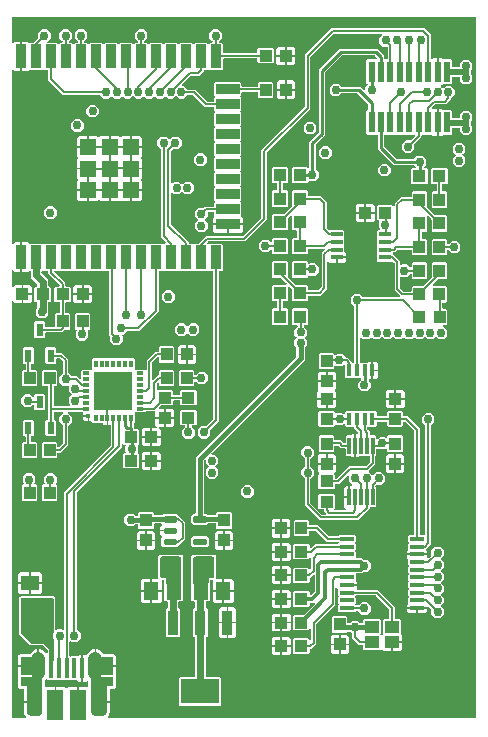
<source format=gbr>
G04 EAGLE Gerber RS-274X export*
G75*
%MOMM*%
%FSLAX34Y34*%
%LPD*%
%INTop Copper*%
%IPPOS*%
%AMOC8*
5,1,8,0,0,1.08239X$1,22.5*%
G01*
G04 Define Apertures*
%ADD10R,1.100000X1.000000*%
%ADD11R,1.000000X1.100000*%
%ADD12R,1.300000X1.500000*%
%ADD13R,1.500000X1.300000*%
%ADD14R,1.200000X0.350000*%
%ADD15R,0.450000X1.000000*%
%ADD16R,0.300000X0.600000*%
%ADD17R,0.600000X0.300000*%
%ADD18R,3.300000X3.300000*%
%ADD19R,0.435000X0.435000*%
%ADD20R,1.000000X0.450000*%
%ADD21R,0.400000X1.750000*%
%ADD22R,1.425000X2.500000*%
%ADD23C,1.158000*%
%ADD24C,1.208000*%
%ADD25R,0.550000X1.800000*%
%ADD26R,1.200000X1.000000*%
%ADD27R,0.600000X1.100000*%
%ADD28C,0.295000*%
%ADD29R,0.304800X1.422400*%
%ADD30R,0.900000X2.000000*%
%ADD31R,2.000000X0.900000*%
%ADD32R,1.330000X1.330000*%
%ADD33R,0.950000X2.150000*%
%ADD34R,3.250000X2.150000*%
%ADD35C,0.152400*%
%ADD36C,0.756400*%
%ADD37C,0.609600*%
%ADD38C,0.304800*%
%ADD39C,0.254000*%
%ADD40C,0.406400*%
%ADD41C,0.508000*%
G36*
X15121Y3362D02*
X15372Y3534D01*
X15535Y3789D01*
X15586Y4088D01*
X15516Y4383D01*
X15363Y4603D01*
X15318Y4648D01*
X14910Y5160D01*
X14473Y5855D01*
X14189Y6444D01*
X13918Y7219D01*
X13772Y7857D01*
X13678Y8692D01*
X13660Y9019D01*
X13660Y16238D01*
X23512Y16238D01*
X23512Y17762D01*
X13660Y17762D01*
X13660Y27148D01*
X13600Y27445D01*
X13428Y27695D01*
X13173Y27859D01*
X12898Y27910D01*
X10982Y27910D01*
X10519Y27949D01*
X10139Y28045D01*
X9776Y28200D01*
X9441Y28409D01*
X9143Y28668D01*
X8889Y28970D01*
X8684Y29307D01*
X8534Y29673D01*
X8443Y30057D01*
X8410Y30480D01*
X8410Y37518D01*
X8449Y37981D01*
X8545Y38361D01*
X8584Y38452D01*
X8645Y38750D01*
X8588Y39041D01*
X8534Y39173D01*
X8443Y39557D01*
X8410Y39980D01*
X8410Y46538D01*
X26512Y46538D01*
X26512Y61420D01*
X27407Y61420D01*
X30469Y60152D01*
X32413Y58207D01*
X32666Y58040D01*
X32964Y57984D01*
X33260Y58049D01*
X33508Y58225D01*
X33667Y58483D01*
X33714Y58746D01*
X33714Y60738D01*
X33654Y61035D01*
X33491Y61276D01*
X30276Y64491D01*
X30023Y64658D01*
X29738Y64714D01*
X19727Y64714D01*
X19340Y64758D01*
X19077Y64844D01*
X18828Y64981D01*
X18581Y65186D01*
X10191Y73577D01*
X9948Y73881D01*
X9823Y74128D01*
X9744Y74402D01*
X9714Y74720D01*
X9714Y104712D01*
X9774Y105168D01*
X9892Y105488D01*
X9886Y105490D01*
X9906Y105562D01*
X10040Y105695D01*
X10070Y105727D01*
X10203Y105876D01*
X10240Y105905D01*
X10315Y105970D01*
X10869Y106524D01*
X27131Y106524D01*
X27146Y106509D01*
X27399Y106342D01*
X27685Y106286D01*
X38712Y106286D01*
X39168Y106226D01*
X39421Y106133D01*
X39664Y105986D01*
X39876Y105797D01*
X40049Y105572D01*
X40177Y105318D01*
X40256Y105045D01*
X40286Y104726D01*
X40286Y78629D01*
X40346Y78332D01*
X40518Y78082D01*
X40773Y77919D01*
X41072Y77868D01*
X41367Y77938D01*
X41587Y78091D01*
X41802Y78306D01*
X46198Y78306D01*
X46481Y78023D01*
X46734Y77855D01*
X47032Y77800D01*
X47328Y77865D01*
X47576Y78040D01*
X47735Y78298D01*
X47782Y78561D01*
X47782Y194015D01*
X86891Y233124D01*
X87058Y233377D01*
X87114Y233663D01*
X87114Y250898D01*
X87054Y251195D01*
X86882Y251445D01*
X86627Y251609D01*
X86352Y251660D01*
X85162Y251660D01*
X85162Y257962D01*
X83638Y257962D01*
X83638Y251660D01*
X81848Y251660D01*
X81055Y252453D01*
X80802Y252620D01*
X80516Y252676D01*
X77172Y252676D01*
X76888Y252729D01*
X76647Y252676D01*
X72269Y252676D01*
X71376Y253569D01*
X71376Y253698D01*
X71316Y253995D01*
X71144Y254245D01*
X70889Y254409D01*
X70614Y254460D01*
X69137Y254460D01*
X69137Y259937D01*
X63660Y259937D01*
X63660Y261414D01*
X63600Y261711D01*
X63428Y261961D01*
X63173Y262125D01*
X62898Y262176D01*
X62769Y262176D01*
X62454Y262491D01*
X62201Y262658D01*
X61915Y262714D01*
X51629Y262714D01*
X51332Y262654D01*
X51082Y262482D01*
X50919Y262227D01*
X50868Y261928D01*
X50938Y261633D01*
X51091Y261413D01*
X54306Y258198D01*
X54306Y253802D01*
X51509Y251005D01*
X51342Y250753D01*
X51286Y250467D01*
X51286Y234053D01*
X44947Y227714D01*
X42786Y227714D01*
X42489Y227654D01*
X42239Y227482D01*
X42075Y227227D01*
X42024Y226952D01*
X42024Y223869D01*
X41131Y222976D01*
X29869Y222976D01*
X28976Y223869D01*
X28976Y236131D01*
X29869Y237024D01*
X41131Y237024D01*
X42024Y236131D01*
X42024Y233097D01*
X42084Y232799D01*
X42256Y232549D01*
X42511Y232386D01*
X42810Y232335D01*
X43105Y232405D01*
X43325Y232558D01*
X46491Y235724D01*
X46658Y235977D01*
X46714Y236263D01*
X46714Y250467D01*
X46654Y250764D01*
X46491Y251005D01*
X43694Y253802D01*
X43694Y258198D01*
X46909Y261413D01*
X47077Y261666D01*
X47132Y261964D01*
X47067Y262260D01*
X46892Y262508D01*
X46634Y262667D01*
X46371Y262714D01*
X39548Y262714D01*
X39251Y262654D01*
X39001Y262482D01*
X38837Y262227D01*
X38786Y261952D01*
X38786Y256686D01*
X38846Y256389D01*
X39018Y256139D01*
X39273Y255975D01*
X39548Y255924D01*
X40131Y255924D01*
X41024Y255031D01*
X41024Y242769D01*
X40131Y241876D01*
X32869Y241876D01*
X31976Y242769D01*
X31976Y255031D01*
X32869Y255924D01*
X33452Y255924D01*
X33749Y255984D01*
X33999Y256156D01*
X34163Y256411D01*
X34214Y256686D01*
X34214Y283214D01*
X34154Y283511D01*
X33982Y283761D01*
X33727Y283925D01*
X33452Y283976D01*
X29869Y283976D01*
X28976Y284869D01*
X28976Y297131D01*
X29869Y298024D01*
X41131Y298024D01*
X42024Y297131D01*
X42024Y284869D01*
X41131Y283976D01*
X39548Y283976D01*
X39251Y283916D01*
X39001Y283744D01*
X38837Y283489D01*
X38786Y283214D01*
X38786Y268048D01*
X38846Y267751D01*
X39018Y267501D01*
X39273Y267337D01*
X39548Y267286D01*
X52371Y267286D01*
X52668Y267346D01*
X52918Y267518D01*
X53081Y267773D01*
X53132Y268072D01*
X53062Y268367D01*
X52909Y268587D01*
X51694Y269802D01*
X51694Y274198D01*
X53957Y276461D01*
X54125Y276714D01*
X54180Y277012D01*
X54115Y277308D01*
X53957Y277539D01*
X51694Y279802D01*
X51694Y283932D01*
X51634Y284229D01*
X51462Y284479D01*
X51207Y284643D01*
X50932Y284694D01*
X46802Y284694D01*
X43694Y287802D01*
X43694Y292198D01*
X46491Y294995D01*
X46658Y295247D01*
X46714Y295533D01*
X46714Y304737D01*
X46654Y305035D01*
X46491Y305276D01*
X44276Y307491D01*
X44023Y307658D01*
X43737Y307714D01*
X41786Y307714D01*
X41489Y307654D01*
X41239Y307482D01*
X41075Y307227D01*
X41024Y306952D01*
X41024Y303869D01*
X40131Y302976D01*
X32869Y302976D01*
X31976Y303869D01*
X31976Y316131D01*
X32869Y317024D01*
X40131Y317024D01*
X41024Y316131D01*
X41024Y313048D01*
X41084Y312751D01*
X41256Y312501D01*
X41511Y312337D01*
X41786Y312286D01*
X45947Y312286D01*
X51286Y306947D01*
X51286Y295533D01*
X51346Y295236D01*
X51509Y294995D01*
X53795Y292709D01*
X54047Y292542D01*
X54333Y292486D01*
X58747Y292486D01*
X60575Y290658D01*
X60828Y290490D01*
X61126Y290435D01*
X61422Y290500D01*
X61670Y290675D01*
X61829Y290933D01*
X61876Y291197D01*
X61876Y292428D01*
X61929Y292712D01*
X61876Y292953D01*
X61876Y297331D01*
X62769Y298224D01*
X70102Y298224D01*
X70146Y298195D01*
X70444Y298139D01*
X70740Y298205D01*
X70970Y298363D01*
X71238Y298630D01*
X71405Y298882D01*
X71461Y299181D01*
X71396Y299477D01*
X71376Y299505D01*
X71376Y306831D01*
X72269Y307724D01*
X76628Y307724D01*
X76912Y307671D01*
X77153Y307724D01*
X81628Y307724D01*
X81912Y307671D01*
X82153Y307724D01*
X86628Y307724D01*
X86912Y307671D01*
X87153Y307724D01*
X91628Y307724D01*
X91912Y307671D01*
X92153Y307724D01*
X96628Y307724D01*
X96912Y307671D01*
X97153Y307724D01*
X101628Y307724D01*
X101912Y307671D01*
X102153Y307724D01*
X106531Y307724D01*
X107424Y306831D01*
X107424Y299498D01*
X107395Y299454D01*
X107339Y299156D01*
X107405Y298860D01*
X107563Y298630D01*
X107830Y298363D01*
X108082Y298195D01*
X108381Y298139D01*
X108677Y298205D01*
X108705Y298224D01*
X116031Y298224D01*
X116413Y297842D01*
X116666Y297675D01*
X116964Y297619D01*
X117260Y297684D01*
X117508Y297860D01*
X117667Y298118D01*
X117714Y298381D01*
X117714Y305947D01*
X125053Y313286D01*
X127214Y313286D01*
X127511Y313346D01*
X127761Y313518D01*
X127925Y313773D01*
X127976Y314048D01*
X127976Y317131D01*
X128869Y318024D01*
X140131Y318024D01*
X141024Y317131D01*
X141024Y304869D01*
X140131Y303976D01*
X128869Y303976D01*
X127976Y304869D01*
X127976Y307903D01*
X127916Y308201D01*
X127744Y308451D01*
X127489Y308614D01*
X127190Y308665D01*
X126895Y308595D01*
X126675Y308442D01*
X122509Y304276D01*
X122342Y304023D01*
X122286Y303737D01*
X122286Y290359D01*
X122346Y290061D01*
X122518Y289811D01*
X122773Y289648D01*
X123072Y289597D01*
X123367Y289667D01*
X123587Y289820D01*
X127053Y293286D01*
X127214Y293286D01*
X127511Y293346D01*
X127761Y293518D01*
X127925Y293773D01*
X127976Y294048D01*
X127976Y297131D01*
X128869Y298024D01*
X140131Y298024D01*
X141024Y297131D01*
X141024Y284869D01*
X140131Y283976D01*
X128869Y283976D01*
X127976Y284869D01*
X127976Y285903D01*
X127916Y286201D01*
X127744Y286451D01*
X127489Y286614D01*
X127190Y286665D01*
X126895Y286595D01*
X126675Y286442D01*
X126509Y286276D01*
X126342Y286023D01*
X126286Y285737D01*
X126286Y281786D01*
X126346Y281489D01*
X126518Y281239D01*
X126773Y281075D01*
X127048Y281024D01*
X139131Y281024D01*
X140024Y280131D01*
X140024Y277548D01*
X140084Y277251D01*
X140256Y277001D01*
X140511Y276837D01*
X140786Y276786D01*
X145214Y276786D01*
X145511Y276846D01*
X145761Y277018D01*
X145925Y277273D01*
X145976Y277548D01*
X145976Y280131D01*
X146869Y281024D01*
X159131Y281024D01*
X160024Y280131D01*
X160024Y268869D01*
X159131Y267976D01*
X146869Y267976D01*
X145976Y268869D01*
X145976Y271452D01*
X145916Y271749D01*
X145744Y271999D01*
X145489Y272163D01*
X145214Y272214D01*
X140786Y272214D01*
X140489Y272154D01*
X140239Y271982D01*
X140075Y271727D01*
X140024Y271452D01*
X140024Y268869D01*
X139131Y267976D01*
X130025Y267976D01*
X129727Y267916D01*
X129486Y267753D01*
X128074Y266341D01*
X127906Y266088D01*
X127851Y265790D01*
X127916Y265494D01*
X128091Y265246D01*
X128349Y265087D01*
X128613Y265040D01*
X132238Y265040D01*
X132238Y258262D01*
X124960Y258262D01*
X124960Y262152D01*
X124900Y262449D01*
X124728Y262699D01*
X124473Y262863D01*
X124198Y262914D01*
X117085Y262914D01*
X116788Y262854D01*
X116546Y262691D01*
X116031Y262176D01*
X108698Y262176D01*
X108654Y262205D01*
X108356Y262261D01*
X108060Y262196D01*
X107830Y262038D01*
X107563Y261770D01*
X107395Y261518D01*
X107339Y261219D01*
X107405Y260923D01*
X107424Y260895D01*
X107424Y253569D01*
X106909Y253054D01*
X106742Y252801D01*
X106686Y252515D01*
X106686Y250581D01*
X106746Y250284D01*
X106909Y250042D01*
X107294Y249657D01*
X107294Y248286D01*
X107354Y247989D01*
X107526Y247739D01*
X107781Y247575D01*
X108056Y247524D01*
X110631Y247524D01*
X111524Y246631D01*
X111524Y235369D01*
X110571Y234416D01*
X110570Y234416D01*
X110320Y234244D01*
X110157Y233989D01*
X110106Y233690D01*
X110176Y233395D01*
X110306Y233208D01*
X110306Y228791D01*
X110161Y228572D01*
X110106Y228274D01*
X110171Y227978D01*
X110346Y227730D01*
X110552Y227603D01*
X111524Y226631D01*
X111524Y215369D01*
X110631Y214476D01*
X98369Y214476D01*
X97476Y215369D01*
X97476Y226631D01*
X98369Y227524D01*
X99133Y227524D01*
X99430Y227584D01*
X99680Y227756D01*
X99843Y228011D01*
X99894Y228310D01*
X99824Y228605D01*
X99694Y228792D01*
X99694Y233209D01*
X99839Y233428D01*
X99894Y233726D01*
X99829Y234022D01*
X99654Y234270D01*
X99396Y234429D01*
X99133Y234476D01*
X98369Y234476D01*
X97987Y234858D01*
X97734Y235025D01*
X97436Y235081D01*
X97140Y235016D01*
X96892Y234840D01*
X96733Y234582D01*
X96686Y234319D01*
X96686Y232143D01*
X58977Y194434D01*
X58810Y194181D01*
X58754Y193895D01*
X58754Y78533D01*
X58814Y78236D01*
X58977Y77995D01*
X61774Y75198D01*
X61774Y70802D01*
X58666Y67694D01*
X54270Y67694D01*
X53587Y68377D01*
X53334Y68545D01*
X53036Y68600D01*
X52740Y68535D01*
X52492Y68360D01*
X52333Y68102D01*
X52286Y67839D01*
X52286Y56185D01*
X52346Y55888D01*
X52509Y55646D01*
X52711Y55444D01*
X52964Y55277D01*
X53262Y55221D01*
X53558Y55286D01*
X53789Y55444D01*
X53869Y55524D01*
X58616Y55524D01*
X58914Y55584D01*
X59155Y55747D01*
X59948Y56540D01*
X62238Y56540D01*
X62238Y33960D01*
X59948Y33960D01*
X59155Y34753D01*
X58902Y34920D01*
X58616Y34976D01*
X53869Y34976D01*
X53789Y35056D01*
X53536Y35223D01*
X53238Y35279D01*
X52942Y35214D01*
X52711Y35056D01*
X52631Y34976D01*
X47369Y34976D01*
X47289Y35056D01*
X47036Y35223D01*
X46738Y35279D01*
X46442Y35214D01*
X46211Y35056D01*
X46131Y34976D01*
X40869Y34976D01*
X40789Y35056D01*
X40536Y35223D01*
X40238Y35279D01*
X39942Y35214D01*
X39711Y35056D01*
X39631Y34976D01*
X34369Y34976D01*
X33381Y35964D01*
X33244Y36163D01*
X32989Y36327D01*
X32690Y36378D01*
X32395Y36308D01*
X32175Y36155D01*
X32063Y36043D01*
X31896Y35790D01*
X31840Y35504D01*
X31840Y30302D01*
X31900Y30005D01*
X32072Y29755D01*
X32327Y29591D01*
X32602Y29540D01*
X39613Y29540D01*
X39613Y13738D01*
X41137Y13738D01*
X41137Y29540D01*
X48552Y29540D01*
X49461Y28631D01*
X49714Y28463D01*
X50012Y28408D01*
X50308Y28473D01*
X50539Y28631D01*
X51448Y29540D01*
X58863Y29540D01*
X58863Y13738D01*
X60387Y13738D01*
X60387Y29540D01*
X67398Y29540D01*
X67695Y29600D01*
X67945Y29772D01*
X68109Y30027D01*
X68160Y30302D01*
X68160Y34228D01*
X68100Y34526D01*
X67928Y34776D01*
X67673Y34939D01*
X67374Y34990D01*
X67079Y34920D01*
X66859Y34767D01*
X66052Y33960D01*
X63762Y33960D01*
X63762Y56540D01*
X66154Y56540D01*
X66451Y56600D01*
X66701Y56772D01*
X66858Y57010D01*
X67188Y57809D01*
X69531Y60152D01*
X72593Y61420D01*
X73488Y61420D01*
X73488Y46538D01*
X91590Y46538D01*
X91590Y39982D01*
X91551Y39519D01*
X91455Y39139D01*
X91416Y39048D01*
X91355Y38751D01*
X91412Y38459D01*
X91466Y38328D01*
X91557Y37944D01*
X91590Y37520D01*
X91590Y30482D01*
X91551Y30019D01*
X91455Y29639D01*
X91300Y29276D01*
X91091Y28941D01*
X90832Y28643D01*
X90530Y28389D01*
X90193Y28184D01*
X89827Y28034D01*
X89444Y27943D01*
X89020Y27910D01*
X87102Y27910D01*
X86805Y27850D01*
X86555Y27678D01*
X86391Y27423D01*
X86340Y27148D01*
X86340Y17762D01*
X76488Y17762D01*
X76488Y16238D01*
X86340Y16238D01*
X86340Y9019D01*
X86322Y8692D01*
X86228Y7857D01*
X86082Y7219D01*
X85811Y6444D01*
X85527Y5855D01*
X85090Y5160D01*
X84682Y4648D01*
X84637Y4603D01*
X84469Y4350D01*
X84414Y4052D01*
X84479Y3756D01*
X84654Y3508D01*
X84912Y3349D01*
X85176Y3302D01*
X395936Y3302D01*
X396233Y3362D01*
X396483Y3534D01*
X396647Y3789D01*
X396698Y4064D01*
X396698Y595936D01*
X396638Y596233D01*
X396466Y596483D01*
X396211Y596647D01*
X395936Y596698D01*
X4064Y596698D01*
X3767Y596638D01*
X3517Y596466D01*
X3353Y596211D01*
X3302Y595936D01*
X3302Y575334D01*
X3362Y575037D01*
X3534Y574786D01*
X3789Y574623D01*
X4088Y574572D01*
X4383Y574642D01*
X4603Y574795D01*
X5748Y575940D01*
X10538Y575940D01*
X10538Y550860D01*
X5748Y550860D01*
X4603Y552005D01*
X4350Y552173D01*
X4052Y552228D01*
X3756Y552163D01*
X3508Y551988D01*
X3349Y551730D01*
X3302Y551466D01*
X3302Y405334D01*
X3362Y405037D01*
X3534Y404786D01*
X3789Y404623D01*
X4088Y404572D01*
X4383Y404642D01*
X4603Y404795D01*
X5748Y405940D01*
X10538Y405940D01*
X10538Y380860D01*
X5748Y380860D01*
X4603Y382005D01*
X4350Y382173D01*
X4052Y382228D01*
X3756Y382163D01*
X3508Y381988D01*
X3349Y381730D01*
X3302Y381466D01*
X3302Y368734D01*
X3362Y368437D01*
X3534Y368186D01*
X3789Y368023D01*
X4088Y367972D01*
X4383Y368042D01*
X4603Y368195D01*
X5948Y369540D01*
X11738Y369540D01*
X11738Y354460D01*
X5948Y354460D01*
X4603Y355805D01*
X4350Y355973D01*
X4052Y356028D01*
X3756Y355963D01*
X3508Y355788D01*
X3349Y355530D01*
X3302Y355266D01*
X3302Y4064D01*
X3362Y3767D01*
X3534Y3517D01*
X3789Y3353D01*
X4064Y3302D01*
X14824Y3302D01*
X15121Y3362D01*
G37*
%LPC*%
G36*
X163802Y239694D02*
X160694Y242802D01*
X160694Y247198D01*
X163802Y250306D01*
X167757Y250306D01*
X168055Y250366D01*
X168296Y250529D01*
X173891Y256124D01*
X174058Y256377D01*
X174114Y256663D01*
X174114Y381114D01*
X174054Y381411D01*
X173882Y381661D01*
X173627Y381825D01*
X173352Y381876D01*
X171269Y381876D01*
X170589Y382556D01*
X170336Y382723D01*
X170038Y382779D01*
X169742Y382714D01*
X169511Y382556D01*
X168831Y381876D01*
X158569Y381876D01*
X157889Y382556D01*
X157636Y382723D01*
X157338Y382779D01*
X157042Y382714D01*
X156811Y382556D01*
X156131Y381876D01*
X145869Y381876D01*
X145189Y382556D01*
X144936Y382723D01*
X144638Y382779D01*
X144342Y382714D01*
X144111Y382556D01*
X143431Y381876D01*
X133169Y381876D01*
X132489Y382556D01*
X132236Y382723D01*
X131938Y382779D01*
X131642Y382714D01*
X131411Y382556D01*
X130731Y381876D01*
X128648Y381876D01*
X128351Y381816D01*
X128101Y381644D01*
X127937Y381389D01*
X127886Y381114D01*
X127886Y347140D01*
X111460Y330714D01*
X101533Y330714D01*
X101236Y330654D01*
X100995Y330491D01*
X98198Y327694D01*
X97717Y327694D01*
X97420Y327634D01*
X97170Y327462D01*
X97007Y327207D01*
X96956Y326908D01*
X97026Y326613D01*
X97179Y326393D01*
X97374Y326198D01*
X97374Y321802D01*
X94266Y318694D01*
X89870Y318694D01*
X86762Y321802D01*
X86762Y325757D01*
X86702Y326055D01*
X86539Y326296D01*
X85714Y327121D01*
X85714Y381114D01*
X85654Y381411D01*
X85482Y381661D01*
X85227Y381825D01*
X84952Y381876D01*
X82369Y381876D01*
X81689Y382556D01*
X81436Y382723D01*
X81138Y382779D01*
X80842Y382714D01*
X80611Y382556D01*
X79931Y381876D01*
X69669Y381876D01*
X68989Y382556D01*
X68736Y382723D01*
X68438Y382779D01*
X68142Y382714D01*
X67911Y382556D01*
X67231Y381876D01*
X56969Y381876D01*
X56289Y382556D01*
X56036Y382723D01*
X55738Y382779D01*
X55442Y382714D01*
X55211Y382556D01*
X54531Y381876D01*
X44269Y381876D01*
X43589Y382556D01*
X43336Y382723D01*
X43038Y382779D01*
X42742Y382714D01*
X42511Y382556D01*
X41831Y381876D01*
X40197Y381876D01*
X39899Y381816D01*
X39649Y381644D01*
X39486Y381389D01*
X39435Y381090D01*
X39505Y380795D01*
X39658Y380575D01*
X48786Y371447D01*
X48786Y369286D01*
X48846Y368989D01*
X49018Y368739D01*
X49273Y368575D01*
X49548Y368524D01*
X52631Y368524D01*
X53524Y367631D01*
X53524Y356369D01*
X52631Y355476D01*
X49548Y355476D01*
X49251Y355416D01*
X49001Y355244D01*
X48837Y354989D01*
X48786Y354714D01*
X48786Y346786D01*
X48846Y346489D01*
X49018Y346239D01*
X49273Y346075D01*
X49548Y346024D01*
X52131Y346024D01*
X53024Y345131D01*
X53024Y332869D01*
X52131Y331976D01*
X48525Y331976D01*
X48227Y331916D01*
X47986Y331753D01*
X45947Y329714D01*
X32286Y329714D01*
X31989Y329654D01*
X31739Y329482D01*
X31575Y329227D01*
X31524Y328952D01*
X31524Y325869D01*
X30631Y324976D01*
X23369Y324976D01*
X22476Y325869D01*
X22476Y338131D01*
X23369Y339024D01*
X30631Y339024D01*
X31524Y338131D01*
X31524Y335048D01*
X31584Y334751D01*
X31756Y334501D01*
X32011Y334337D01*
X32286Y334286D01*
X39214Y334286D01*
X39511Y334346D01*
X39761Y334518D01*
X39925Y334773D01*
X39976Y335048D01*
X39976Y345131D01*
X40869Y346024D01*
X43452Y346024D01*
X43749Y346084D01*
X43999Y346256D01*
X44163Y346511D01*
X44214Y346786D01*
X44214Y354714D01*
X44154Y355011D01*
X43982Y355261D01*
X43727Y355425D01*
X43452Y355476D01*
X40369Y355476D01*
X39476Y356369D01*
X39476Y367631D01*
X40369Y368524D01*
X43403Y368524D01*
X43701Y368584D01*
X43951Y368756D01*
X44114Y369011D01*
X44165Y369310D01*
X44095Y369605D01*
X43942Y369825D01*
X34414Y379353D01*
X34414Y381114D01*
X34354Y381411D01*
X34182Y381661D01*
X33927Y381825D01*
X33652Y381876D01*
X31569Y381876D01*
X30889Y382556D01*
X30636Y382723D01*
X30338Y382779D01*
X30042Y382714D01*
X29811Y382556D01*
X29080Y381824D01*
X29037Y381816D01*
X28787Y381644D01*
X28623Y381389D01*
X28572Y381114D01*
X28572Y380209D01*
X28632Y379912D01*
X28795Y379671D01*
X34072Y374394D01*
X34072Y369286D01*
X34132Y368989D01*
X34304Y368739D01*
X34559Y368575D01*
X34834Y368524D01*
X35631Y368524D01*
X36524Y367631D01*
X36524Y356369D01*
X35631Y355476D01*
X34834Y355476D01*
X34537Y355416D01*
X34287Y355244D01*
X34123Y354989D01*
X34072Y354714D01*
X34072Y349815D01*
X34132Y349518D01*
X34295Y349277D01*
X34374Y349198D01*
X34374Y344802D01*
X31266Y341694D01*
X26870Y341694D01*
X23762Y344802D01*
X23762Y349198D01*
X24705Y350141D01*
X24872Y350393D01*
X24928Y350679D01*
X24928Y354714D01*
X24868Y355011D01*
X24696Y355261D01*
X24441Y355425D01*
X24166Y355476D01*
X23369Y355476D01*
X22476Y356369D01*
X22476Y367631D01*
X23369Y368524D01*
X24166Y368524D01*
X24463Y368584D01*
X24713Y368756D01*
X24877Y369011D01*
X24928Y369286D01*
X24928Y370291D01*
X24868Y370588D01*
X24705Y370829D01*
X19428Y376106D01*
X19428Y381114D01*
X19368Y381411D01*
X19196Y381661D01*
X18941Y381825D01*
X18915Y381830D01*
X18907Y381838D01*
X18654Y382005D01*
X18356Y382061D01*
X18060Y381996D01*
X17830Y381838D01*
X16852Y380860D01*
X12062Y380860D01*
X12062Y405940D01*
X16852Y405940D01*
X17830Y404963D01*
X18082Y404795D01*
X18381Y404739D01*
X18677Y404805D01*
X18851Y404924D01*
X29131Y404924D01*
X29811Y404244D01*
X30064Y404077D01*
X30362Y404021D01*
X30658Y404086D01*
X30889Y404244D01*
X31569Y404924D01*
X41831Y404924D01*
X42511Y404244D01*
X42764Y404077D01*
X43062Y404021D01*
X43358Y404086D01*
X43589Y404244D01*
X44269Y404924D01*
X54531Y404924D01*
X55211Y404244D01*
X55464Y404077D01*
X55762Y404021D01*
X56058Y404086D01*
X56289Y404244D01*
X56969Y404924D01*
X67231Y404924D01*
X67911Y404244D01*
X68164Y404077D01*
X68462Y404021D01*
X68758Y404086D01*
X68989Y404244D01*
X69669Y404924D01*
X79931Y404924D01*
X80611Y404244D01*
X80864Y404077D01*
X81162Y404021D01*
X81458Y404086D01*
X81689Y404244D01*
X82369Y404924D01*
X92631Y404924D01*
X93311Y404244D01*
X93564Y404077D01*
X93862Y404021D01*
X94158Y404086D01*
X94389Y404244D01*
X95069Y404924D01*
X105331Y404924D01*
X106011Y404244D01*
X106264Y404077D01*
X106562Y404021D01*
X106858Y404086D01*
X107089Y404244D01*
X107769Y404924D01*
X118031Y404924D01*
X118711Y404244D01*
X118964Y404077D01*
X119262Y404021D01*
X119558Y404086D01*
X119789Y404244D01*
X120469Y404924D01*
X130731Y404924D01*
X131411Y404244D01*
X131664Y404077D01*
X131962Y404021D01*
X132258Y404086D01*
X132489Y404244D01*
X133211Y404966D01*
X133301Y404984D01*
X133551Y405156D01*
X133714Y405411D01*
X133765Y405710D01*
X133695Y406005D01*
X133542Y406225D01*
X129714Y410053D01*
X129714Y484467D01*
X129654Y484764D01*
X129491Y485005D01*
X126694Y487802D01*
X126694Y492198D01*
X129802Y495306D01*
X134198Y495306D01*
X136461Y493043D01*
X136714Y492875D01*
X137012Y492820D01*
X137308Y492885D01*
X137539Y493043D01*
X139802Y495306D01*
X144198Y495306D01*
X147306Y492198D01*
X147306Y487802D01*
X144198Y484694D01*
X140243Y484694D01*
X139945Y484634D01*
X139704Y484471D01*
X138509Y483276D01*
X138342Y483023D01*
X138286Y482737D01*
X138286Y456717D01*
X138346Y456420D01*
X138518Y456170D01*
X138773Y456007D01*
X139072Y455956D01*
X139367Y456026D01*
X139587Y456179D01*
X140714Y457306D01*
X145110Y457306D01*
X146917Y455499D01*
X147170Y455331D01*
X147468Y455276D01*
X147764Y455341D01*
X147995Y455499D01*
X149802Y457306D01*
X154198Y457306D01*
X157306Y454198D01*
X157306Y449802D01*
X154198Y446694D01*
X149802Y446694D01*
X147995Y448501D01*
X147742Y448669D01*
X147444Y448724D01*
X147148Y448659D01*
X146917Y448501D01*
X145110Y446694D01*
X140714Y446694D01*
X139587Y447821D01*
X139334Y447989D01*
X139036Y448044D01*
X138740Y447979D01*
X138492Y447804D01*
X138333Y447546D01*
X138286Y447283D01*
X138286Y421263D01*
X138346Y420965D01*
X138509Y420724D01*
X153286Y405947D01*
X153286Y405686D01*
X153346Y405389D01*
X153518Y405139D01*
X153773Y404975D01*
X154048Y404924D01*
X156131Y404924D01*
X156811Y404244D01*
X157064Y404077D01*
X157362Y404021D01*
X157658Y404086D01*
X157889Y404244D01*
X158569Y404924D01*
X161375Y404924D01*
X161673Y404984D01*
X161914Y405147D01*
X168053Y411286D01*
X198737Y411286D01*
X199035Y411346D01*
X199276Y411509D01*
X214491Y426724D01*
X214658Y426977D01*
X214714Y427263D01*
X214714Y483947D01*
X251491Y520724D01*
X251658Y520977D01*
X251714Y521263D01*
X251714Y564947D01*
X274053Y587286D01*
X352947Y587286D01*
X358286Y581947D01*
X358286Y561968D01*
X358346Y561671D01*
X358518Y561420D01*
X358773Y561257D01*
X359072Y561206D01*
X359367Y561276D01*
X359587Y561429D01*
X360198Y562040D01*
X363238Y562040D01*
X363238Y549738D01*
X364762Y549738D01*
X364762Y562040D01*
X367802Y562040D01*
X368595Y561247D01*
X368848Y561080D01*
X369134Y561024D01*
X375381Y561024D01*
X376274Y560131D01*
X376274Y554826D01*
X376334Y554529D01*
X376506Y554279D01*
X376761Y554115D01*
X377036Y554064D01*
X382000Y554064D01*
X382297Y554124D01*
X382547Y554296D01*
X382711Y554551D01*
X382762Y554826D01*
X382762Y557198D01*
X385870Y560306D01*
X390266Y560306D01*
X393374Y557198D01*
X393374Y552802D01*
X392287Y551715D01*
X392120Y551463D01*
X392064Y551177D01*
X392064Y548823D01*
X392124Y548526D01*
X392287Y548285D01*
X393374Y547198D01*
X393374Y542802D01*
X390266Y539694D01*
X385870Y539694D01*
X382762Y542802D01*
X382762Y545174D01*
X382702Y545471D01*
X382530Y545721D01*
X382275Y545885D01*
X382000Y545936D01*
X377036Y545936D01*
X376739Y545876D01*
X376489Y545704D01*
X376325Y545449D01*
X376274Y545174D01*
X376274Y540869D01*
X375381Y539976D01*
X369134Y539976D01*
X368837Y539916D01*
X368595Y539753D01*
X367802Y538960D01*
X367295Y538960D01*
X366998Y538900D01*
X366748Y538728D01*
X366585Y538473D01*
X366534Y538174D01*
X366604Y537879D01*
X366757Y537659D01*
X367917Y536499D01*
X368170Y536331D01*
X368468Y536276D01*
X368764Y536341D01*
X368995Y536499D01*
X370802Y538306D01*
X375198Y538306D01*
X378306Y535198D01*
X378306Y530802D01*
X375509Y528005D01*
X375342Y527753D01*
X375286Y527467D01*
X375286Y527053D01*
X370947Y522714D01*
X362263Y522714D01*
X361965Y522654D01*
X361724Y522491D01*
X359574Y520341D01*
X359406Y520088D01*
X359351Y519790D01*
X359416Y519494D01*
X359591Y519246D01*
X359849Y519087D01*
X360113Y519040D01*
X363238Y519040D01*
X363238Y495960D01*
X360198Y495960D01*
X359405Y496753D01*
X359152Y496920D01*
X358866Y496976D01*
X352619Y496976D01*
X352539Y497056D01*
X352286Y497223D01*
X351988Y497279D01*
X351692Y497214D01*
X351461Y497056D01*
X351381Y496976D01*
X351048Y496976D01*
X350751Y496916D01*
X350501Y496744D01*
X350337Y496489D01*
X350286Y496214D01*
X350286Y495053D01*
X344529Y489296D01*
X344362Y489043D01*
X344306Y488757D01*
X344306Y484802D01*
X341198Y481694D01*
X336802Y481694D01*
X333694Y484802D01*
X333694Y489198D01*
X336802Y492306D01*
X340757Y492306D01*
X341055Y492366D01*
X341296Y492529D01*
X344642Y495875D01*
X344810Y496128D01*
X344865Y496426D01*
X344800Y496722D01*
X344642Y496953D01*
X344539Y497056D01*
X344286Y497223D01*
X343988Y497279D01*
X343692Y497214D01*
X343461Y497056D01*
X343381Y496976D01*
X336619Y496976D01*
X336539Y497056D01*
X336286Y497223D01*
X335988Y497279D01*
X335692Y497214D01*
X335461Y497056D01*
X335381Y496976D01*
X328619Y496976D01*
X328539Y497056D01*
X328286Y497223D01*
X327988Y497279D01*
X327692Y497214D01*
X327461Y497056D01*
X327381Y496976D01*
X320619Y496976D01*
X320539Y497056D01*
X320286Y497223D01*
X319988Y497279D01*
X319692Y497214D01*
X319461Y497056D01*
X319337Y496932D01*
X319259Y496916D01*
X319009Y496744D01*
X318845Y496489D01*
X318794Y496214D01*
X318794Y487473D01*
X318854Y487176D01*
X319017Y486934D01*
X328934Y477017D01*
X329187Y476850D01*
X329473Y476794D01*
X343859Y476794D01*
X344156Y476854D01*
X344397Y477017D01*
X346686Y479306D01*
X351082Y479306D01*
X354190Y476198D01*
X354190Y471802D01*
X352213Y469825D01*
X352045Y469572D01*
X351990Y469274D01*
X352055Y468978D01*
X352230Y468730D01*
X352488Y468571D01*
X352751Y468524D01*
X354631Y468524D01*
X355524Y467631D01*
X355524Y456369D01*
X354631Y455476D01*
X342369Y455476D01*
X341476Y456369D01*
X341476Y467631D01*
X342369Y468524D01*
X345017Y468524D01*
X345314Y468584D01*
X345564Y468756D01*
X345727Y469011D01*
X345778Y469310D01*
X345708Y469605D01*
X345555Y469825D01*
X344397Y470983D01*
X344145Y471150D01*
X343859Y471206D01*
X326843Y471206D01*
X313206Y484843D01*
X313206Y496214D01*
X313146Y496511D01*
X312974Y496761D01*
X312719Y496925D01*
X312659Y496936D01*
X312539Y497056D01*
X312286Y497223D01*
X311988Y497279D01*
X311692Y497214D01*
X311461Y497056D01*
X311381Y496976D01*
X304619Y496976D01*
X303726Y497869D01*
X303726Y517131D01*
X304663Y518069D01*
X304741Y518084D01*
X304991Y518256D01*
X305155Y518511D01*
X305206Y518786D01*
X305206Y522527D01*
X305146Y522824D01*
X304983Y523066D01*
X296066Y531983D01*
X295813Y532150D01*
X295527Y532206D01*
X283025Y532206D01*
X282728Y532146D01*
X282487Y531983D01*
X280198Y529694D01*
X275802Y529694D01*
X272694Y532802D01*
X272694Y537198D01*
X275802Y540306D01*
X280198Y540306D01*
X282487Y538017D01*
X282739Y537850D01*
X283025Y537794D01*
X298157Y537794D01*
X301393Y534558D01*
X301646Y534391D01*
X301944Y534335D01*
X302240Y534400D01*
X302488Y534576D01*
X302647Y534834D01*
X302694Y535097D01*
X302694Y537198D01*
X304507Y539010D01*
X304674Y539263D01*
X304730Y539561D01*
X304665Y539858D01*
X304507Y540088D01*
X303726Y540869D01*
X303726Y560131D01*
X304619Y561024D01*
X311381Y561024D01*
X311461Y560944D01*
X311714Y560777D01*
X312012Y560721D01*
X312308Y560786D01*
X312539Y560944D01*
X312783Y561188D01*
X312950Y561441D01*
X313006Y561739D01*
X312941Y562035D01*
X312783Y562266D01*
X311066Y563983D01*
X310813Y564150D01*
X310527Y564206D01*
X283473Y564206D01*
X283176Y564146D01*
X282934Y563983D01*
X269017Y550066D01*
X268850Y549813D01*
X268794Y549527D01*
X268794Y496843D01*
X261017Y489066D01*
X260850Y488813D01*
X260794Y488527D01*
X260794Y468025D01*
X260854Y467728D01*
X261017Y467487D01*
X263306Y465198D01*
X263306Y460802D01*
X260198Y457694D01*
X255791Y457694D01*
X255572Y457839D01*
X255274Y457894D01*
X254978Y457829D01*
X254730Y457654D01*
X254603Y457448D01*
X253631Y456476D01*
X241369Y456476D01*
X240476Y457369D01*
X240476Y468631D01*
X241369Y469524D01*
X253631Y469524D01*
X253905Y469250D01*
X254158Y469083D01*
X254456Y469027D01*
X254752Y469092D01*
X255000Y469268D01*
X255159Y469526D01*
X255206Y469789D01*
X255206Y491157D01*
X262983Y498934D01*
X263150Y499187D01*
X263206Y499473D01*
X263206Y552157D01*
X280843Y569794D01*
X313157Y569794D01*
X318794Y564157D01*
X318794Y561786D01*
X318854Y561489D01*
X319026Y561239D01*
X319281Y561075D01*
X319341Y561064D01*
X319461Y560944D01*
X319714Y560777D01*
X320012Y560721D01*
X320308Y560786D01*
X320539Y560944D01*
X320619Y561024D01*
X320952Y561024D01*
X321249Y561084D01*
X321499Y561256D01*
X321663Y561511D01*
X321714Y561786D01*
X321714Y570932D01*
X321654Y571229D01*
X321482Y571479D01*
X321227Y571643D01*
X320952Y571694D01*
X317802Y571694D01*
X314694Y574802D01*
X314694Y579198D01*
X316909Y581413D01*
X317077Y581666D01*
X317132Y581964D01*
X317067Y582260D01*
X316892Y582508D01*
X316634Y582667D01*
X316371Y582714D01*
X276263Y582714D01*
X275965Y582654D01*
X275724Y582491D01*
X256509Y563276D01*
X256342Y563023D01*
X256286Y562737D01*
X256286Y519053D01*
X219509Y482276D01*
X219342Y482023D01*
X219286Y481737D01*
X219286Y425053D01*
X200947Y406714D01*
X170263Y406714D01*
X169965Y406654D01*
X169724Y406491D01*
X169033Y405800D01*
X168865Y405547D01*
X168810Y405249D01*
X168875Y404953D01*
X169033Y404722D01*
X169511Y404244D01*
X169764Y404077D01*
X170062Y404021D01*
X170358Y404086D01*
X170589Y404244D01*
X171269Y404924D01*
X181531Y404924D01*
X182424Y404031D01*
X182424Y382769D01*
X181531Y381876D01*
X179448Y381876D01*
X179151Y381816D01*
X178901Y381644D01*
X178737Y381389D01*
X178686Y381114D01*
X178686Y254453D01*
X171529Y247296D01*
X171362Y247043D01*
X171306Y246757D01*
X171306Y242802D01*
X168198Y239694D01*
X163802Y239694D01*
G37*
G36*
X161802Y414694D02*
X158694Y417802D01*
X158694Y422198D01*
X160957Y424461D01*
X161125Y424714D01*
X161180Y425012D01*
X161115Y425308D01*
X160957Y425539D01*
X158694Y427802D01*
X158694Y432198D01*
X161802Y435306D01*
X165757Y435306D01*
X166055Y435366D01*
X166296Y435529D01*
X167003Y436236D01*
X174114Y436236D01*
X174411Y436296D01*
X174661Y436468D01*
X174825Y436723D01*
X174876Y436998D01*
X174876Y439081D01*
X175556Y439761D01*
X175723Y440014D01*
X175779Y440312D01*
X175714Y440608D01*
X175556Y440839D01*
X174876Y441519D01*
X174876Y451781D01*
X175556Y452461D01*
X175723Y452714D01*
X175779Y453012D01*
X175714Y453308D01*
X175556Y453539D01*
X174876Y454219D01*
X174876Y464481D01*
X175556Y465161D01*
X175723Y465414D01*
X175779Y465712D01*
X175714Y466008D01*
X175556Y466239D01*
X174876Y466919D01*
X174876Y477181D01*
X175556Y477861D01*
X175723Y478114D01*
X175779Y478412D01*
X175714Y478708D01*
X175556Y478939D01*
X174876Y479619D01*
X174876Y489881D01*
X175556Y490561D01*
X175723Y490814D01*
X175779Y491112D01*
X175714Y491408D01*
X175556Y491639D01*
X174876Y492319D01*
X174876Y502581D01*
X175556Y503261D01*
X175723Y503514D01*
X175779Y503812D01*
X175714Y504108D01*
X175556Y504339D01*
X174876Y505019D01*
X174876Y515281D01*
X175556Y515961D01*
X175723Y516214D01*
X175779Y516512D01*
X175714Y516808D01*
X175556Y517039D01*
X174876Y517719D01*
X174876Y519802D01*
X174816Y520099D01*
X174644Y520349D01*
X174389Y520513D01*
X174114Y520564D01*
X167203Y520564D01*
X157276Y530491D01*
X157023Y530658D01*
X156737Y530714D01*
X152533Y530714D01*
X152236Y530654D01*
X151995Y530491D01*
X149198Y527694D01*
X144802Y527694D01*
X142995Y529501D01*
X142742Y529669D01*
X142444Y529724D01*
X142148Y529659D01*
X141917Y529501D01*
X140110Y527694D01*
X135714Y527694D01*
X133907Y529501D01*
X133654Y529669D01*
X133356Y529724D01*
X133060Y529659D01*
X132829Y529501D01*
X131022Y527694D01*
X126626Y527694D01*
X124819Y529501D01*
X124566Y529669D01*
X124268Y529724D01*
X123972Y529659D01*
X123741Y529501D01*
X121934Y527694D01*
X117538Y527694D01*
X115731Y529501D01*
X115478Y529669D01*
X115180Y529724D01*
X114884Y529659D01*
X114653Y529501D01*
X112846Y527694D01*
X108450Y527694D01*
X106643Y529501D01*
X106390Y529669D01*
X106092Y529724D01*
X105796Y529659D01*
X105565Y529501D01*
X103758Y527694D01*
X99362Y527694D01*
X97555Y529501D01*
X97302Y529669D01*
X97004Y529724D01*
X96708Y529659D01*
X96477Y529501D01*
X94670Y527694D01*
X90274Y527694D01*
X88467Y529501D01*
X88214Y529669D01*
X87916Y529724D01*
X87620Y529659D01*
X87389Y529501D01*
X85582Y527694D01*
X81186Y527694D01*
X78389Y530491D01*
X78137Y530658D01*
X77851Y530714D01*
X47053Y530714D01*
X34414Y543353D01*
X34414Y551114D01*
X34354Y551411D01*
X34182Y551661D01*
X33927Y551825D01*
X33652Y551876D01*
X31569Y551876D01*
X30889Y552556D01*
X30636Y552723D01*
X30338Y552779D01*
X30042Y552714D01*
X29811Y552556D01*
X29131Y551876D01*
X18849Y551876D01*
X18654Y552005D01*
X18356Y552061D01*
X18060Y551996D01*
X17830Y551838D01*
X16852Y550860D01*
X12062Y550860D01*
X12062Y575940D01*
X16852Y575940D01*
X17830Y574963D01*
X18082Y574795D01*
X18381Y574739D01*
X18677Y574805D01*
X18851Y574924D01*
X21375Y574924D01*
X21673Y574984D01*
X21914Y575147D01*
X25471Y578704D01*
X25638Y578957D01*
X25694Y579243D01*
X25694Y583198D01*
X28802Y586306D01*
X33198Y586306D01*
X36306Y583198D01*
X36306Y578802D01*
X33729Y576225D01*
X33561Y575972D01*
X33506Y575674D01*
X33571Y575378D01*
X33746Y575130D01*
X34004Y574971D01*
X34267Y574924D01*
X41831Y574924D01*
X42511Y574244D01*
X42764Y574077D01*
X43062Y574021D01*
X43358Y574086D01*
X43589Y574244D01*
X44269Y574924D01*
X45733Y574924D01*
X46030Y574984D01*
X46280Y575156D01*
X46443Y575411D01*
X46494Y575710D01*
X46424Y576005D01*
X46271Y576225D01*
X43694Y578802D01*
X43694Y583198D01*
X46802Y586306D01*
X51198Y586306D01*
X54306Y583198D01*
X54306Y578802D01*
X51909Y576405D01*
X51742Y576153D01*
X51686Y575867D01*
X51686Y575686D01*
X51746Y575389D01*
X51918Y575139D01*
X52173Y574975D01*
X52448Y574924D01*
X54531Y574924D01*
X55211Y574244D01*
X55464Y574077D01*
X55762Y574021D01*
X56058Y574086D01*
X56289Y574244D01*
X56969Y574924D01*
X58733Y574924D01*
X59030Y574984D01*
X59280Y575156D01*
X59443Y575411D01*
X59494Y575710D01*
X59424Y576005D01*
X59271Y576225D01*
X56694Y578802D01*
X56694Y583198D01*
X59802Y586306D01*
X64198Y586306D01*
X67306Y583198D01*
X67306Y578802D01*
X64729Y576225D01*
X64561Y575972D01*
X64506Y575674D01*
X64571Y575378D01*
X64746Y575130D01*
X65004Y574971D01*
X65267Y574924D01*
X67231Y574924D01*
X67911Y574244D01*
X68164Y574077D01*
X68462Y574021D01*
X68758Y574086D01*
X68989Y574244D01*
X69669Y574924D01*
X79931Y574924D01*
X80611Y574244D01*
X80864Y574077D01*
X81162Y574021D01*
X81458Y574086D01*
X81689Y574244D01*
X82369Y574924D01*
X92631Y574924D01*
X93311Y574244D01*
X93564Y574077D01*
X93862Y574021D01*
X94158Y574086D01*
X94389Y574244D01*
X95069Y574924D01*
X105331Y574924D01*
X106011Y574244D01*
X106264Y574077D01*
X106562Y574021D01*
X106858Y574086D01*
X107089Y574244D01*
X107769Y574924D01*
X109733Y574924D01*
X110030Y574984D01*
X110280Y575156D01*
X110443Y575411D01*
X110494Y575710D01*
X110424Y576005D01*
X110271Y576225D01*
X107694Y578802D01*
X107694Y583198D01*
X110802Y586306D01*
X115198Y586306D01*
X118306Y583198D01*
X118306Y578802D01*
X115729Y576225D01*
X115561Y575972D01*
X115506Y575674D01*
X115571Y575378D01*
X115746Y575130D01*
X116004Y574971D01*
X116267Y574924D01*
X118031Y574924D01*
X118711Y574244D01*
X118964Y574077D01*
X119262Y574021D01*
X119558Y574086D01*
X119789Y574244D01*
X120469Y574924D01*
X130731Y574924D01*
X131411Y574244D01*
X131664Y574077D01*
X131962Y574021D01*
X132258Y574086D01*
X132489Y574244D01*
X133169Y574924D01*
X143431Y574924D01*
X144111Y574244D01*
X144364Y574077D01*
X144662Y574021D01*
X144958Y574086D01*
X145189Y574244D01*
X145869Y574924D01*
X156131Y574924D01*
X156811Y574244D01*
X157064Y574077D01*
X157362Y574021D01*
X157658Y574086D01*
X157889Y574244D01*
X158569Y574924D01*
X168831Y574924D01*
X169511Y574244D01*
X169764Y574077D01*
X170062Y574021D01*
X170358Y574086D01*
X170589Y574244D01*
X171269Y574924D01*
X172733Y574924D01*
X173030Y574984D01*
X173280Y575156D01*
X173443Y575411D01*
X173494Y575710D01*
X173424Y576005D01*
X173271Y576225D01*
X170694Y578802D01*
X170694Y583198D01*
X173802Y586306D01*
X178198Y586306D01*
X181306Y583198D01*
X181306Y578802D01*
X178909Y576405D01*
X178742Y576153D01*
X178686Y575867D01*
X178686Y575686D01*
X178746Y575389D01*
X178918Y575139D01*
X179173Y574975D01*
X179448Y574924D01*
X181531Y574924D01*
X182424Y574031D01*
X182424Y567048D01*
X182484Y566751D01*
X182656Y566501D01*
X182911Y566337D01*
X183186Y566286D01*
X210714Y566286D01*
X211011Y566346D01*
X211261Y566518D01*
X211425Y566773D01*
X211476Y567048D01*
X211476Y569631D01*
X212369Y570524D01*
X224631Y570524D01*
X225524Y569631D01*
X225524Y558369D01*
X224631Y557476D01*
X212369Y557476D01*
X211476Y558369D01*
X211476Y560952D01*
X211416Y561249D01*
X211244Y561499D01*
X210989Y561663D01*
X210714Y561714D01*
X183186Y561714D01*
X182889Y561654D01*
X182639Y561482D01*
X182475Y561227D01*
X182424Y560952D01*
X182424Y552769D01*
X181531Y551876D01*
X171269Y551876D01*
X170589Y552556D01*
X170336Y552723D01*
X170038Y552779D01*
X169742Y552714D01*
X169511Y552556D01*
X168831Y551876D01*
X166748Y551876D01*
X166451Y551816D01*
X166201Y551644D01*
X166037Y551389D01*
X165986Y551114D01*
X165986Y550753D01*
X161947Y546714D01*
X155175Y546714D01*
X154877Y546654D01*
X154636Y546491D01*
X147752Y539607D01*
X147584Y539354D01*
X147529Y539056D01*
X147594Y538760D01*
X147769Y538512D01*
X148027Y538353D01*
X148291Y538306D01*
X149198Y538306D01*
X151995Y535509D01*
X152247Y535342D01*
X152533Y535286D01*
X158947Y535286D01*
X168874Y525359D01*
X169127Y525192D01*
X169413Y525136D01*
X174114Y525136D01*
X174411Y525196D01*
X174661Y525368D01*
X174825Y525623D01*
X174876Y525898D01*
X174876Y527981D01*
X175556Y528661D01*
X175723Y528914D01*
X175779Y529212D01*
X175714Y529508D01*
X175556Y529739D01*
X174876Y530419D01*
X174876Y540681D01*
X175769Y541574D01*
X197031Y541574D01*
X197924Y540681D01*
X197924Y538598D01*
X197984Y538301D01*
X198156Y538051D01*
X198411Y537887D01*
X198686Y537836D01*
X211214Y537836D01*
X211511Y537896D01*
X211761Y538068D01*
X211925Y538323D01*
X211976Y538598D01*
X211976Y541131D01*
X212869Y542024D01*
X224131Y542024D01*
X225024Y541131D01*
X225024Y528869D01*
X224131Y527976D01*
X212869Y527976D01*
X211976Y528869D01*
X211976Y532502D01*
X211916Y532799D01*
X211744Y533049D01*
X211489Y533213D01*
X211214Y533264D01*
X198686Y533264D01*
X198389Y533204D01*
X198139Y533032D01*
X197975Y532777D01*
X197924Y532502D01*
X197924Y530419D01*
X197244Y529739D01*
X197077Y529486D01*
X197021Y529188D01*
X197086Y528892D01*
X197244Y528661D01*
X197924Y527981D01*
X197924Y517719D01*
X197244Y517039D01*
X197077Y516786D01*
X197021Y516488D01*
X197086Y516192D01*
X197244Y515961D01*
X197924Y515281D01*
X197924Y505019D01*
X197244Y504339D01*
X197077Y504086D01*
X197021Y503788D01*
X197086Y503492D01*
X197244Y503261D01*
X197924Y502581D01*
X197924Y492319D01*
X197244Y491639D01*
X197077Y491386D01*
X197021Y491088D01*
X197086Y490792D01*
X197244Y490561D01*
X197924Y489881D01*
X197924Y479619D01*
X197244Y478939D01*
X197077Y478686D01*
X197021Y478388D01*
X197086Y478092D01*
X197244Y477861D01*
X197924Y477181D01*
X197924Y466919D01*
X197244Y466239D01*
X197077Y465986D01*
X197021Y465688D01*
X197086Y465392D01*
X197244Y465161D01*
X197924Y464481D01*
X197924Y454219D01*
X197244Y453539D01*
X197077Y453286D01*
X197021Y452988D01*
X197086Y452692D01*
X197244Y452461D01*
X197924Y451781D01*
X197924Y441519D01*
X197244Y440839D01*
X197077Y440586D01*
X197021Y440288D01*
X197086Y439992D01*
X197244Y439761D01*
X197924Y439081D01*
X197924Y428799D01*
X197795Y428604D01*
X197739Y428306D01*
X197805Y428010D01*
X197963Y427780D01*
X198940Y426802D01*
X198940Y422012D01*
X173860Y422012D01*
X173860Y426802D01*
X174838Y427780D01*
X175005Y428032D01*
X175061Y428331D01*
X174996Y428627D01*
X174876Y428801D01*
X174876Y430902D01*
X174816Y431199D01*
X174644Y431449D01*
X174389Y431613D01*
X174114Y431664D01*
X170068Y431664D01*
X169771Y431604D01*
X169521Y431432D01*
X169357Y431177D01*
X169306Y430902D01*
X169306Y427802D01*
X167043Y425539D01*
X166875Y425286D01*
X166820Y424988D01*
X166885Y424692D01*
X167043Y424461D01*
X169306Y422198D01*
X169306Y417802D01*
X166198Y414694D01*
X161802Y414694D01*
G37*
G36*
X227460Y564762D02*
X227460Y570052D01*
X228948Y571540D01*
X234738Y571540D01*
X234738Y564762D01*
X227460Y564762D01*
G37*
G36*
X236262Y564762D02*
X236262Y571540D01*
X242052Y571540D01*
X243540Y570052D01*
X243540Y564762D01*
X236262Y564762D01*
G37*
G36*
X236262Y556460D02*
X236262Y563238D01*
X243540Y563238D01*
X243540Y557948D01*
X242052Y556460D01*
X236262Y556460D01*
G37*
G36*
X228948Y556460D02*
X227460Y557948D01*
X227460Y563238D01*
X234738Y563238D01*
X234738Y556460D01*
X228948Y556460D01*
G37*
G36*
X236262Y535762D02*
X236262Y543040D01*
X241552Y543040D01*
X243040Y541552D01*
X243040Y535762D01*
X236262Y535762D01*
G37*
G36*
X227960Y535762D02*
X227960Y541552D01*
X229448Y543040D01*
X234738Y543040D01*
X234738Y535762D01*
X227960Y535762D01*
G37*
G36*
X236262Y526960D02*
X236262Y534238D01*
X243040Y534238D01*
X243040Y528448D01*
X241552Y526960D01*
X236262Y526960D01*
G37*
G36*
X229448Y526960D02*
X227960Y528448D01*
X227960Y534238D01*
X234738Y534238D01*
X234738Y526960D01*
X229448Y526960D01*
G37*
G36*
X69802Y511694D02*
X66694Y514802D01*
X66694Y519198D01*
X69802Y522306D01*
X74198Y522306D01*
X77306Y519198D01*
X77306Y514802D01*
X74198Y511694D01*
X69802Y511694D01*
G37*
G36*
X364762Y495960D02*
X364762Y519040D01*
X367802Y519040D01*
X368595Y518247D01*
X368848Y518080D01*
X369134Y518024D01*
X375381Y518024D01*
X376274Y517131D01*
X376274Y511826D01*
X376334Y511529D01*
X376506Y511279D01*
X376761Y511115D01*
X377036Y511064D01*
X381932Y511064D01*
X382229Y511124D01*
X382479Y511296D01*
X382643Y511551D01*
X382694Y511826D01*
X382694Y514198D01*
X385802Y517306D01*
X390198Y517306D01*
X393306Y514198D01*
X393306Y509802D01*
X392287Y508783D01*
X392120Y508531D01*
X392064Y508245D01*
X392064Y505755D01*
X392124Y505458D01*
X392287Y505217D01*
X393306Y504198D01*
X393306Y499802D01*
X390198Y496694D01*
X385802Y496694D01*
X382694Y499802D01*
X382694Y502174D01*
X382634Y502471D01*
X382462Y502721D01*
X382207Y502885D01*
X381932Y502936D01*
X377036Y502936D01*
X376739Y502876D01*
X376489Y502704D01*
X376325Y502449D01*
X376274Y502174D01*
X376274Y497869D01*
X375381Y496976D01*
X369134Y496976D01*
X368837Y496916D01*
X368595Y496753D01*
X367802Y495960D01*
X364762Y495960D01*
G37*
G36*
X56802Y499694D02*
X53694Y502802D01*
X53694Y507198D01*
X56802Y510306D01*
X61198Y510306D01*
X64306Y507198D01*
X64306Y502802D01*
X61198Y499694D01*
X56802Y499694D01*
G37*
G36*
X253802Y497388D02*
X250694Y500496D01*
X250694Y504892D01*
X253802Y508000D01*
X258198Y508000D01*
X261306Y504892D01*
X261306Y500496D01*
X258198Y497388D01*
X253802Y497388D01*
G37*
G36*
X58760Y487512D02*
X58760Y494452D01*
X60248Y495940D01*
X67188Y495940D01*
X67188Y487512D01*
X58760Y487512D01*
G37*
G36*
X68712Y440860D02*
X68712Y450812D01*
X58760Y450812D01*
X58760Y457752D01*
X59694Y458686D01*
X59862Y458939D01*
X59917Y459237D01*
X59852Y459533D01*
X59694Y459764D01*
X58760Y460698D01*
X58760Y467638D01*
X68712Y467638D01*
X68712Y469162D01*
X58760Y469162D01*
X58760Y476102D01*
X59694Y477036D01*
X59862Y477289D01*
X59917Y477587D01*
X59852Y477883D01*
X59694Y478114D01*
X58760Y479048D01*
X58760Y485988D01*
X68712Y485988D01*
X68712Y495940D01*
X75652Y495940D01*
X76586Y495006D01*
X76839Y494838D01*
X77137Y494783D01*
X77433Y494848D01*
X77664Y495006D01*
X78598Y495940D01*
X85538Y495940D01*
X85538Y485988D01*
X87062Y485988D01*
X87062Y495940D01*
X94002Y495940D01*
X94936Y495006D01*
X95189Y494838D01*
X95487Y494783D01*
X95783Y494848D01*
X96014Y495006D01*
X96948Y495940D01*
X103888Y495940D01*
X103888Y485988D01*
X113840Y485988D01*
X113840Y479048D01*
X112906Y478114D01*
X112738Y477861D01*
X112683Y477563D01*
X112748Y477267D01*
X112906Y477036D01*
X113840Y476102D01*
X113840Y469162D01*
X103888Y469162D01*
X103888Y467638D01*
X113840Y467638D01*
X113840Y460698D01*
X112906Y459764D01*
X112738Y459511D01*
X112683Y459213D01*
X112748Y458917D01*
X112906Y458686D01*
X113840Y457752D01*
X113840Y450812D01*
X103888Y450812D01*
X103888Y440860D01*
X96948Y440860D01*
X96014Y441794D01*
X95761Y441962D01*
X95463Y442017D01*
X95167Y441952D01*
X94936Y441794D01*
X94002Y440860D01*
X87062Y440860D01*
X87062Y450812D01*
X85538Y450812D01*
X85538Y440860D01*
X78598Y440860D01*
X77664Y441794D01*
X77411Y441962D01*
X77113Y442017D01*
X76817Y441952D01*
X76586Y441794D01*
X75652Y440860D01*
X68712Y440860D01*
G37*
G36*
X105412Y487512D02*
X105412Y495940D01*
X112352Y495940D01*
X113840Y494452D01*
X113840Y487512D01*
X105412Y487512D01*
G37*
G36*
X379870Y469694D02*
X376762Y472802D01*
X376762Y477198D01*
X378991Y479427D01*
X379159Y479680D01*
X379214Y479978D01*
X379149Y480274D01*
X378991Y480505D01*
X376694Y482802D01*
X376694Y487198D01*
X379802Y490306D01*
X384198Y490306D01*
X387306Y487198D01*
X387306Y482802D01*
X385077Y480573D01*
X384909Y480320D01*
X384854Y480022D01*
X384919Y479726D01*
X385077Y479495D01*
X387374Y477198D01*
X387374Y472802D01*
X384266Y469694D01*
X379870Y469694D01*
G37*
G36*
X266802Y476694D02*
X263694Y479802D01*
X263694Y484198D01*
X266802Y487306D01*
X271198Y487306D01*
X274306Y484198D01*
X274306Y479802D01*
X271198Y476694D01*
X266802Y476694D01*
G37*
G36*
X160802Y470694D02*
X157694Y473802D01*
X157694Y478198D01*
X160802Y481306D01*
X165198Y481306D01*
X168306Y478198D01*
X168306Y473802D01*
X165198Y470694D01*
X160802Y470694D01*
G37*
G36*
X316802Y461694D02*
X313694Y464802D01*
X313694Y469198D01*
X316802Y472306D01*
X321198Y472306D01*
X324306Y469198D01*
X324306Y464802D01*
X321198Y461694D01*
X316802Y461694D01*
G37*
G36*
X224869Y435976D02*
X223976Y436869D01*
X223976Y449131D01*
X224869Y450024D01*
X227452Y450024D01*
X227749Y450084D01*
X227999Y450256D01*
X228163Y450511D01*
X228214Y450786D01*
X228214Y455714D01*
X228154Y456011D01*
X227982Y456261D01*
X227727Y456425D01*
X227452Y456476D01*
X224369Y456476D01*
X223476Y457369D01*
X223476Y468631D01*
X224369Y469524D01*
X236631Y469524D01*
X237524Y468631D01*
X237524Y457369D01*
X236631Y456476D01*
X233548Y456476D01*
X233251Y456416D01*
X233001Y456244D01*
X232837Y455989D01*
X232786Y455714D01*
X232786Y450786D01*
X232846Y450489D01*
X233018Y450239D01*
X233273Y450075D01*
X233548Y450024D01*
X236131Y450024D01*
X237024Y449131D01*
X237024Y436869D01*
X236131Y435976D01*
X224869Y435976D01*
G37*
G36*
X359869Y434976D02*
X358976Y435869D01*
X358976Y448131D01*
X359869Y449024D01*
X362452Y449024D01*
X362749Y449084D01*
X362999Y449256D01*
X363163Y449511D01*
X363214Y449786D01*
X363214Y454714D01*
X363154Y455011D01*
X362982Y455261D01*
X362727Y455425D01*
X362452Y455476D01*
X359369Y455476D01*
X358476Y456369D01*
X358476Y467631D01*
X359369Y468524D01*
X371631Y468524D01*
X372524Y467631D01*
X372524Y456369D01*
X371631Y455476D01*
X368548Y455476D01*
X368251Y455416D01*
X368001Y455244D01*
X367837Y454989D01*
X367786Y454714D01*
X367786Y449786D01*
X367846Y449489D01*
X368018Y449239D01*
X368273Y449075D01*
X368548Y449024D01*
X371131Y449024D01*
X372024Y448131D01*
X372024Y435869D01*
X371131Y434976D01*
X359869Y434976D01*
G37*
G36*
X224869Y335976D02*
X223976Y336869D01*
X223976Y349131D01*
X224869Y350024D01*
X227452Y350024D01*
X227749Y350084D01*
X227999Y350256D01*
X228163Y350511D01*
X228214Y350786D01*
X228214Y355214D01*
X228154Y355511D01*
X227982Y355761D01*
X227727Y355925D01*
X227452Y355976D01*
X224869Y355976D01*
X223976Y356869D01*
X223976Y369131D01*
X224869Y370024D01*
X235403Y370024D01*
X235701Y370084D01*
X235951Y370256D01*
X236114Y370511D01*
X236165Y370810D01*
X236095Y371105D01*
X235942Y371325D01*
X231514Y375753D01*
X231261Y375920D01*
X230975Y375976D01*
X224869Y375976D01*
X223976Y376869D01*
X223976Y389131D01*
X224869Y390024D01*
X236131Y390024D01*
X237024Y389131D01*
X237024Y377025D01*
X237084Y376727D01*
X237247Y376486D01*
X243486Y370247D01*
X243739Y370080D01*
X244025Y370024D01*
X253131Y370024D01*
X254024Y369131D01*
X254024Y366048D01*
X254084Y365751D01*
X254256Y365501D01*
X254511Y365337D01*
X254786Y365286D01*
X262737Y365286D01*
X263035Y365346D01*
X263276Y365509D01*
X265491Y367724D01*
X265658Y367977D01*
X265714Y368263D01*
X265714Y396947D01*
X268180Y399413D01*
X268348Y399666D01*
X268403Y399964D01*
X268338Y400260D01*
X268163Y400508D01*
X267905Y400667D01*
X267641Y400714D01*
X254786Y400714D01*
X254489Y400654D01*
X254239Y400482D01*
X254075Y400227D01*
X254024Y399952D01*
X254024Y396869D01*
X253131Y395976D01*
X241869Y395976D01*
X240976Y396869D01*
X240976Y409131D01*
X241869Y410024D01*
X244452Y410024D01*
X244749Y410084D01*
X244999Y410256D01*
X245163Y410511D01*
X245214Y410786D01*
X245214Y415214D01*
X245154Y415511D01*
X244982Y415761D01*
X244727Y415925D01*
X244452Y415976D01*
X241869Y415976D01*
X240976Y416869D01*
X240976Y428403D01*
X240916Y428701D01*
X240744Y428951D01*
X240489Y429114D01*
X240190Y429165D01*
X239895Y429095D01*
X239675Y428942D01*
X237247Y426514D01*
X237080Y426261D01*
X237024Y425975D01*
X237024Y416869D01*
X236131Y415976D01*
X224869Y415976D01*
X223976Y416869D01*
X223976Y429131D01*
X224869Y430024D01*
X233975Y430024D01*
X234273Y430084D01*
X234514Y430247D01*
X240753Y436486D01*
X240920Y436739D01*
X240976Y437025D01*
X240976Y449131D01*
X241869Y450024D01*
X253131Y450024D01*
X254024Y449131D01*
X254024Y446048D01*
X254084Y445751D01*
X254256Y445501D01*
X254511Y445337D01*
X254786Y445286D01*
X264947Y445286D01*
X270286Y439947D01*
X270286Y418263D01*
X270346Y417965D01*
X270509Y417724D01*
X271750Y416483D01*
X272003Y416315D01*
X272301Y416260D01*
X272597Y416325D01*
X272828Y416483D01*
X272869Y416524D01*
X284131Y416524D01*
X285024Y415631D01*
X285024Y409772D01*
X284971Y409488D01*
X285024Y409247D01*
X285024Y403272D01*
X284971Y402988D01*
X285024Y402747D01*
X285024Y397884D01*
X285084Y397587D01*
X285247Y397345D01*
X286040Y396552D01*
X286040Y394012D01*
X277738Y394012D01*
X277738Y388460D01*
X272448Y388460D01*
X271587Y389321D01*
X271334Y389489D01*
X271036Y389544D01*
X270740Y389479D01*
X270492Y389304D01*
X270333Y389046D01*
X270286Y388782D01*
X270286Y366053D01*
X264947Y360714D01*
X254786Y360714D01*
X254489Y360654D01*
X254239Y360482D01*
X254075Y360227D01*
X254024Y359952D01*
X254024Y356869D01*
X253131Y355976D01*
X241869Y355976D01*
X240976Y356869D01*
X240976Y365975D01*
X240916Y366273D01*
X240753Y366514D01*
X238325Y368942D01*
X238072Y369110D01*
X237774Y369165D01*
X237478Y369100D01*
X237230Y368925D01*
X237071Y368667D01*
X237024Y368403D01*
X237024Y356869D01*
X236131Y355976D01*
X233548Y355976D01*
X233251Y355916D01*
X233001Y355744D01*
X232837Y355489D01*
X232786Y355214D01*
X232786Y350786D01*
X232846Y350489D01*
X233018Y350239D01*
X233273Y350075D01*
X233548Y350024D01*
X236131Y350024D01*
X237024Y349131D01*
X237024Y336869D01*
X236131Y335976D01*
X224869Y335976D01*
G37*
G36*
X105412Y440860D02*
X105412Y449288D01*
X113840Y449288D01*
X113840Y442348D01*
X112352Y440860D01*
X105412Y440860D01*
G37*
G36*
X60248Y440860D02*
X58760Y442348D01*
X58760Y449288D01*
X67188Y449288D01*
X67188Y440860D01*
X60248Y440860D01*
G37*
G36*
X299802Y279694D02*
X296694Y282802D01*
X296694Y287198D01*
X299171Y289675D01*
X299339Y289928D01*
X299394Y290226D01*
X299329Y290522D01*
X299154Y290770D01*
X298896Y290929D01*
X298633Y290976D01*
X292772Y290976D01*
X292488Y291029D01*
X292247Y290976D01*
X286369Y290976D01*
X285476Y291869D01*
X285476Y301714D01*
X285416Y302011D01*
X285244Y302261D01*
X284989Y302425D01*
X284690Y302476D01*
X284395Y302406D01*
X284175Y302253D01*
X282907Y300985D01*
X278511Y300985D01*
X277825Y301671D01*
X277572Y301839D01*
X277274Y301894D01*
X276978Y301829D01*
X276730Y301654D01*
X276571Y301396D01*
X276524Y301133D01*
X276524Y299369D01*
X275631Y298476D01*
X264369Y298476D01*
X263476Y299369D01*
X263476Y311631D01*
X264369Y312524D01*
X275631Y312524D01*
X276524Y311631D01*
X276524Y311449D01*
X276584Y311152D01*
X276756Y310902D01*
X277011Y310738D01*
X277310Y310687D01*
X277605Y310757D01*
X277825Y310910D01*
X278511Y311597D01*
X282907Y311597D01*
X285995Y308509D01*
X286247Y308342D01*
X286533Y308286D01*
X287947Y308286D01*
X291559Y304674D01*
X291596Y304489D01*
X291768Y304239D01*
X292023Y304075D01*
X292187Y304045D01*
X292214Y304027D01*
X292512Y303971D01*
X292808Y304036D01*
X292828Y304050D01*
X292999Y304084D01*
X293249Y304256D01*
X293413Y304511D01*
X293464Y304786D01*
X293464Y351785D01*
X293404Y352082D01*
X293241Y352323D01*
X290694Y354870D01*
X290694Y359266D01*
X293802Y362374D01*
X298198Y362374D01*
X301063Y359509D01*
X301315Y359342D01*
X301601Y359286D01*
X331641Y359286D01*
X331939Y359346D01*
X332189Y359518D01*
X332352Y359773D01*
X332403Y360072D01*
X332333Y360367D01*
X332180Y360587D01*
X327578Y365189D01*
X327578Y387873D01*
X327518Y388171D01*
X327355Y388412D01*
X326250Y389517D01*
X325997Y389685D01*
X325699Y389740D01*
X325403Y389675D01*
X325172Y389517D01*
X325131Y389476D01*
X313869Y389476D01*
X312976Y390369D01*
X312976Y396228D01*
X313029Y396512D01*
X312976Y396753D01*
X312976Y402728D01*
X313029Y403012D01*
X312976Y403253D01*
X312976Y409228D01*
X313029Y409512D01*
X312976Y409753D01*
X312976Y415631D01*
X313869Y416524D01*
X314827Y416524D01*
X315124Y416584D01*
X315374Y416756D01*
X315537Y417011D01*
X315588Y417310D01*
X315518Y417605D01*
X315365Y417825D01*
X314440Y418751D01*
X314440Y423146D01*
X314469Y423175D01*
X314636Y423428D01*
X314692Y423726D01*
X314627Y424022D01*
X314451Y424270D01*
X314193Y424429D01*
X313930Y424476D01*
X313369Y424476D01*
X312476Y425369D01*
X312476Y436631D01*
X313369Y437524D01*
X325631Y437524D01*
X326413Y436742D01*
X326666Y436575D01*
X326964Y436519D01*
X327260Y436584D01*
X327508Y436760D01*
X327667Y437018D01*
X327714Y437281D01*
X327714Y438947D01*
X333053Y444286D01*
X341214Y444286D01*
X341511Y444346D01*
X341761Y444518D01*
X341925Y444773D01*
X341976Y445048D01*
X341976Y448131D01*
X342869Y449024D01*
X354131Y449024D01*
X355024Y448131D01*
X355024Y436025D01*
X355084Y435727D01*
X355247Y435486D01*
X361486Y429247D01*
X361739Y429080D01*
X362025Y429024D01*
X371131Y429024D01*
X372024Y428131D01*
X372024Y415869D01*
X371131Y414976D01*
X359869Y414976D01*
X358976Y415869D01*
X358976Y424975D01*
X358916Y425273D01*
X358753Y425514D01*
X356325Y427942D01*
X356072Y428110D01*
X355774Y428165D01*
X355478Y428100D01*
X355230Y427925D01*
X355071Y427667D01*
X355024Y427403D01*
X355024Y415869D01*
X354131Y414976D01*
X351548Y414976D01*
X351251Y414916D01*
X351001Y414744D01*
X350837Y414489D01*
X350786Y414214D01*
X350786Y409786D01*
X350846Y409489D01*
X351018Y409239D01*
X351273Y409075D01*
X351548Y409024D01*
X354131Y409024D01*
X355024Y408131D01*
X355024Y395869D01*
X354131Y394976D01*
X342869Y394976D01*
X341976Y395869D01*
X341976Y398952D01*
X341916Y399249D01*
X341744Y399499D01*
X341489Y399663D01*
X341214Y399714D01*
X330263Y399714D01*
X329965Y399654D01*
X329724Y399491D01*
X327697Y397464D01*
X326786Y397464D01*
X326489Y397404D01*
X326239Y397232D01*
X326075Y396977D01*
X326045Y396813D01*
X326027Y396786D01*
X325971Y396488D01*
X326036Y396192D01*
X326050Y396172D01*
X326084Y396001D01*
X326256Y395751D01*
X326511Y395587D01*
X326677Y395556D01*
X332150Y390083D01*
X332150Y387561D01*
X332210Y387264D01*
X332382Y387014D01*
X332637Y386851D01*
X332936Y386800D01*
X333231Y386870D01*
X333451Y387023D01*
X333734Y387306D01*
X338130Y387306D01*
X340675Y384761D01*
X340928Y384593D01*
X341226Y384538D01*
X341522Y384603D01*
X341770Y384778D01*
X341929Y385036D01*
X341976Y385299D01*
X341976Y388131D01*
X342869Y389024D01*
X354131Y389024D01*
X355024Y388131D01*
X355024Y375869D01*
X354131Y374976D01*
X342869Y374976D01*
X341976Y375869D01*
X341976Y378701D01*
X341916Y378998D01*
X341744Y379248D01*
X341489Y379411D01*
X341190Y379462D01*
X340895Y379392D01*
X340675Y379239D01*
X338130Y376694D01*
X333734Y376694D01*
X333451Y376977D01*
X333198Y377145D01*
X332900Y377200D01*
X332604Y377135D01*
X332356Y376960D01*
X332197Y376702D01*
X332150Y376439D01*
X332150Y367399D01*
X332210Y367101D01*
X332373Y366860D01*
X334724Y364509D01*
X334977Y364342D01*
X335263Y364286D01*
X341214Y364286D01*
X341511Y364346D01*
X341761Y364518D01*
X341925Y364773D01*
X341976Y365048D01*
X341976Y368131D01*
X342869Y369024D01*
X351975Y369024D01*
X352273Y369084D01*
X352514Y369247D01*
X358753Y375486D01*
X358920Y375739D01*
X358976Y376025D01*
X358976Y388131D01*
X359869Y389024D01*
X371131Y389024D01*
X372024Y388131D01*
X372024Y375869D01*
X371131Y374976D01*
X365025Y374976D01*
X364727Y374916D01*
X364486Y374753D01*
X360058Y370325D01*
X359890Y370072D01*
X359835Y369774D01*
X359900Y369478D01*
X360075Y369230D01*
X360333Y369071D01*
X360597Y369024D01*
X371131Y369024D01*
X372024Y368131D01*
X372024Y355869D01*
X371131Y354976D01*
X368648Y354976D01*
X368351Y354916D01*
X368101Y354744D01*
X367937Y354489D01*
X367886Y354214D01*
X367886Y350586D01*
X367946Y350289D01*
X368118Y350039D01*
X368373Y349875D01*
X368648Y349824D01*
X371231Y349824D01*
X372124Y348931D01*
X372124Y336669D01*
X371231Y335776D01*
X369499Y335776D01*
X369202Y335716D01*
X368952Y335544D01*
X368789Y335289D01*
X368738Y334990D01*
X368808Y334695D01*
X368961Y334475D01*
X372238Y331198D01*
X372238Y326802D01*
X369130Y323694D01*
X364734Y323694D01*
X362927Y325501D01*
X362674Y325669D01*
X362376Y325724D01*
X362080Y325659D01*
X361849Y325501D01*
X360042Y323694D01*
X355646Y323694D01*
X353839Y325501D01*
X353586Y325669D01*
X353288Y325724D01*
X352992Y325659D01*
X352761Y325501D01*
X350954Y323694D01*
X346558Y323694D01*
X344751Y325501D01*
X344498Y325669D01*
X344200Y325724D01*
X343904Y325659D01*
X343673Y325501D01*
X341866Y323694D01*
X337470Y323694D01*
X335663Y325501D01*
X335410Y325669D01*
X335112Y325724D01*
X334816Y325659D01*
X334585Y325501D01*
X332778Y323694D01*
X328382Y323694D01*
X326575Y325501D01*
X326322Y325669D01*
X326024Y325724D01*
X325728Y325659D01*
X325497Y325501D01*
X323690Y323694D01*
X319294Y323694D01*
X317487Y325501D01*
X317234Y325669D01*
X316936Y325724D01*
X316640Y325659D01*
X316409Y325501D01*
X314602Y323694D01*
X310206Y323694D01*
X308399Y325501D01*
X308146Y325669D01*
X307848Y325724D01*
X307552Y325659D01*
X307321Y325501D01*
X305514Y323694D01*
X301118Y323694D01*
X299337Y325475D01*
X299084Y325643D01*
X298786Y325698D01*
X298490Y325633D01*
X298242Y325458D01*
X298083Y325200D01*
X298036Y324937D01*
X298036Y304786D01*
X298096Y304489D01*
X298268Y304239D01*
X298523Y304075D01*
X298687Y304045D01*
X298714Y304027D01*
X299012Y303971D01*
X299253Y304024D01*
X304116Y304024D01*
X304414Y304084D01*
X304655Y304247D01*
X305448Y305040D01*
X307988Y305040D01*
X307988Y289960D01*
X306383Y289960D01*
X306086Y289900D01*
X305836Y289728D01*
X305673Y289473D01*
X305622Y289174D01*
X305692Y288879D01*
X305845Y288659D01*
X307306Y287198D01*
X307306Y282802D01*
X304198Y279694D01*
X299802Y279694D01*
G37*
G36*
X294460Y431762D02*
X294460Y437052D01*
X295948Y438540D01*
X301738Y438540D01*
X301738Y431762D01*
X294460Y431762D01*
G37*
G36*
X303262Y431762D02*
X303262Y438540D01*
X309052Y438540D01*
X310540Y437052D01*
X310540Y431762D01*
X303262Y431762D01*
G37*
G36*
X33802Y425694D02*
X30694Y428802D01*
X30694Y433198D01*
X33802Y436306D01*
X38198Y436306D01*
X41306Y433198D01*
X41306Y428802D01*
X38198Y425694D01*
X33802Y425694D01*
G37*
G36*
X303262Y423460D02*
X303262Y430238D01*
X310540Y430238D01*
X310540Y424948D01*
X309052Y423460D01*
X303262Y423460D01*
G37*
G36*
X295948Y423460D02*
X294460Y424948D01*
X294460Y430238D01*
X301738Y430238D01*
X301738Y423460D01*
X295948Y423460D01*
G37*
G36*
X187162Y414210D02*
X187162Y420488D01*
X198940Y420488D01*
X198940Y415698D01*
X197452Y414210D01*
X187162Y414210D01*
G37*
G36*
X175348Y414210D02*
X173860Y415698D01*
X173860Y420488D01*
X185638Y420488D01*
X185638Y414210D01*
X175348Y414210D01*
G37*
G36*
X224869Y395976D02*
X223976Y396869D01*
X223976Y399633D01*
X223916Y399930D01*
X223744Y400180D01*
X223489Y400343D01*
X223190Y400394D01*
X222895Y400324D01*
X222675Y400171D01*
X220198Y397694D01*
X215802Y397694D01*
X212694Y400802D01*
X212694Y405198D01*
X215802Y408306D01*
X220198Y408306D01*
X222675Y405829D01*
X222928Y405661D01*
X223226Y405606D01*
X223522Y405671D01*
X223770Y405846D01*
X223929Y406104D01*
X223976Y406367D01*
X223976Y409131D01*
X224869Y410024D01*
X236131Y410024D01*
X237024Y409131D01*
X237024Y396869D01*
X236131Y395976D01*
X224869Y395976D01*
G37*
G36*
X359869Y394976D02*
X358976Y395869D01*
X358976Y408131D01*
X359869Y409024D01*
X371131Y409024D01*
X372024Y408131D01*
X372024Y405367D01*
X372084Y405070D01*
X372256Y404820D01*
X372511Y404657D01*
X372810Y404606D01*
X373105Y404676D01*
X373325Y404829D01*
X375802Y407306D01*
X380198Y407306D01*
X383306Y404198D01*
X383306Y399802D01*
X380198Y396694D01*
X375802Y396694D01*
X373325Y399171D01*
X373072Y399339D01*
X372774Y399394D01*
X372478Y399329D01*
X372230Y399154D01*
X372071Y398896D01*
X372024Y398633D01*
X372024Y395869D01*
X371131Y394976D01*
X359869Y394976D01*
G37*
G36*
X279262Y388460D02*
X279262Y392488D01*
X286040Y392488D01*
X286040Y389948D01*
X284552Y388460D01*
X279262Y388460D01*
G37*
G36*
X241869Y375976D02*
X240976Y376869D01*
X240976Y389131D01*
X241869Y390024D01*
X253131Y390024D01*
X254024Y389131D01*
X254024Y388367D01*
X254084Y388070D01*
X254256Y387820D01*
X254511Y387657D01*
X254810Y387606D01*
X255105Y387676D01*
X255325Y387829D01*
X255802Y388306D01*
X260198Y388306D01*
X263306Y385198D01*
X263306Y380802D01*
X260198Y377694D01*
X255802Y377694D01*
X255325Y378171D01*
X255072Y378339D01*
X254774Y378394D01*
X254478Y378329D01*
X254230Y378154D01*
X254071Y377896D01*
X254024Y377633D01*
X254024Y376869D01*
X253131Y375976D01*
X241869Y375976D01*
G37*
G36*
X55460Y362762D02*
X55460Y368052D01*
X56948Y369540D01*
X62738Y369540D01*
X62738Y362762D01*
X55460Y362762D01*
G37*
G36*
X13262Y362762D02*
X13262Y369540D01*
X19052Y369540D01*
X20540Y368052D01*
X20540Y362762D01*
X13262Y362762D01*
G37*
G36*
X64262Y362762D02*
X64262Y369540D01*
X70052Y369540D01*
X71540Y368052D01*
X71540Y362762D01*
X64262Y362762D01*
G37*
G36*
X133802Y354762D02*
X130694Y357870D01*
X130694Y362266D01*
X133802Y365374D01*
X138198Y365374D01*
X141306Y362266D01*
X141306Y357870D01*
X138198Y354762D01*
X133802Y354762D01*
G37*
G36*
X56948Y354460D02*
X55460Y355948D01*
X55460Y361238D01*
X62738Y361238D01*
X62738Y354460D01*
X56948Y354460D01*
G37*
G36*
X13262Y354460D02*
X13262Y361238D01*
X20540Y361238D01*
X20540Y355948D01*
X19052Y354460D01*
X13262Y354460D01*
G37*
G36*
X64262Y354460D02*
X64262Y361238D01*
X71540Y361238D01*
X71540Y355948D01*
X70052Y354460D01*
X64262Y354460D01*
G37*
G36*
X177369Y163476D02*
X176476Y164369D01*
X176476Y167182D01*
X176416Y167479D01*
X176244Y167729D01*
X175989Y167893D01*
X175714Y167944D01*
X169601Y167944D01*
X169304Y167884D01*
X169062Y167721D01*
X168367Y167026D01*
X156733Y167026D01*
X154976Y168783D01*
X154976Y174217D01*
X156733Y175974D01*
X158232Y175974D01*
X158529Y176034D01*
X158779Y176206D01*
X158943Y176461D01*
X158994Y176736D01*
X158994Y224023D01*
X244221Y309250D01*
X244388Y309503D01*
X244444Y309789D01*
X244444Y316737D01*
X244384Y317034D01*
X244221Y317275D01*
X242694Y318802D01*
X242694Y323198D01*
X244423Y324927D01*
X244591Y325180D01*
X244646Y325478D01*
X244581Y325774D01*
X244423Y326005D01*
X242694Y327734D01*
X242694Y332130D01*
X245239Y334675D01*
X245407Y334928D01*
X245462Y335226D01*
X245397Y335522D01*
X245222Y335770D01*
X244964Y335929D01*
X244701Y335976D01*
X241869Y335976D01*
X240976Y336869D01*
X240976Y349131D01*
X241869Y350024D01*
X253131Y350024D01*
X254024Y349131D01*
X254024Y336869D01*
X253131Y335976D01*
X251299Y335976D01*
X251002Y335916D01*
X250752Y335744D01*
X250589Y335489D01*
X250538Y335190D01*
X250608Y334895D01*
X250761Y334675D01*
X253306Y332130D01*
X253306Y327734D01*
X251577Y326005D01*
X251409Y325752D01*
X251354Y325454D01*
X251419Y325158D01*
X251577Y324927D01*
X253306Y323198D01*
X253306Y318802D01*
X251779Y317275D01*
X251612Y317023D01*
X251556Y316737D01*
X251556Y306527D01*
X172636Y227607D01*
X172468Y227354D01*
X172413Y227056D01*
X172478Y226760D01*
X172653Y226512D01*
X172911Y226353D01*
X173175Y226306D01*
X175198Y226306D01*
X178306Y223198D01*
X178306Y218802D01*
X176043Y216539D01*
X175875Y216286D01*
X175820Y215988D01*
X175885Y215692D01*
X176043Y215461D01*
X178306Y213198D01*
X178306Y208802D01*
X175198Y205694D01*
X170802Y205694D01*
X167694Y208802D01*
X167694Y213198D01*
X169957Y215461D01*
X170125Y215714D01*
X170180Y216012D01*
X170115Y216308D01*
X169957Y216539D01*
X167694Y218802D01*
X167694Y220825D01*
X167634Y221123D01*
X167462Y221373D01*
X167207Y221536D01*
X166908Y221587D01*
X166613Y221517D01*
X166393Y221364D01*
X166329Y221300D01*
X166162Y221047D01*
X166106Y220761D01*
X166106Y176736D01*
X166166Y176439D01*
X166338Y176189D01*
X166593Y176025D01*
X166868Y175974D01*
X168367Y175974D01*
X169062Y175279D01*
X169315Y175112D01*
X169601Y175056D01*
X175714Y175056D01*
X176011Y175116D01*
X176261Y175288D01*
X176425Y175543D01*
X176476Y175818D01*
X176476Y176631D01*
X177369Y177524D01*
X188631Y177524D01*
X189524Y176631D01*
X189524Y164369D01*
X188631Y163476D01*
X177369Y163476D01*
G37*
G36*
X60802Y322694D02*
X57694Y325802D01*
X57694Y330198D01*
X58171Y330675D01*
X58339Y330928D01*
X58394Y331226D01*
X58329Y331522D01*
X58154Y331770D01*
X57948Y331897D01*
X56976Y332869D01*
X56976Y345131D01*
X57869Y346024D01*
X69131Y346024D01*
X70024Y345131D01*
X70024Y332869D01*
X69131Y331976D01*
X68367Y331976D01*
X68070Y331916D01*
X67820Y331744D01*
X67657Y331489D01*
X67606Y331190D01*
X67676Y330895D01*
X67829Y330675D01*
X68306Y330198D01*
X68306Y325802D01*
X65198Y322694D01*
X60802Y322694D01*
G37*
G36*
X144802Y326626D02*
X141694Y329734D01*
X141694Y334130D01*
X144802Y337238D01*
X149198Y337238D01*
X151461Y334975D01*
X151714Y334807D01*
X152012Y334752D01*
X152308Y334817D01*
X152539Y334975D01*
X154802Y337238D01*
X159198Y337238D01*
X162306Y334130D01*
X162306Y329734D01*
X159198Y326626D01*
X154802Y326626D01*
X152539Y328889D01*
X152286Y329057D01*
X151988Y329112D01*
X151692Y329047D01*
X151461Y328889D01*
X149198Y326626D01*
X144802Y326626D01*
G37*
G36*
X143960Y311762D02*
X143960Y317552D01*
X145448Y319040D01*
X150738Y319040D01*
X150738Y311762D01*
X143960Y311762D01*
G37*
G36*
X152262Y311762D02*
X152262Y319040D01*
X157552Y319040D01*
X159040Y317552D01*
X159040Y311762D01*
X152262Y311762D01*
G37*
G36*
X12869Y283976D02*
X11976Y284869D01*
X11976Y297131D01*
X12869Y298024D01*
X14452Y298024D01*
X14749Y298084D01*
X14999Y298256D01*
X15163Y298511D01*
X15214Y298786D01*
X15214Y302214D01*
X15154Y302511D01*
X14982Y302761D01*
X14727Y302925D01*
X14452Y302976D01*
X13869Y302976D01*
X12976Y303869D01*
X12976Y316131D01*
X13869Y317024D01*
X21131Y317024D01*
X22024Y316131D01*
X22024Y303869D01*
X21131Y302976D01*
X20548Y302976D01*
X20251Y302916D01*
X20001Y302744D01*
X19837Y302489D01*
X19786Y302214D01*
X19786Y298786D01*
X19846Y298489D01*
X20018Y298239D01*
X20273Y298075D01*
X20548Y298024D01*
X24131Y298024D01*
X25024Y297131D01*
X25024Y284869D01*
X24131Y283976D01*
X12869Y283976D01*
G37*
G36*
X152262Y302960D02*
X152262Y310238D01*
X159040Y310238D01*
X159040Y304448D01*
X157552Y302960D01*
X152262Y302960D01*
G37*
G36*
X145448Y302960D02*
X143960Y304448D01*
X143960Y310238D01*
X150738Y310238D01*
X150738Y302960D01*
X145448Y302960D01*
G37*
G36*
X309512Y298262D02*
X309512Y305040D01*
X312052Y305040D01*
X313540Y303552D01*
X313540Y298262D01*
X309512Y298262D01*
G37*
G36*
X145869Y283976D02*
X144976Y284869D01*
X144976Y297131D01*
X145869Y298024D01*
X157131Y298024D01*
X158024Y297131D01*
X158024Y294367D01*
X158084Y294070D01*
X158256Y293820D01*
X158511Y293657D01*
X158810Y293606D01*
X159105Y293676D01*
X159325Y293829D01*
X161802Y296306D01*
X166198Y296306D01*
X169306Y293198D01*
X169306Y288802D01*
X166198Y285694D01*
X161802Y285694D01*
X159325Y288171D01*
X159072Y288339D01*
X158774Y288394D01*
X158478Y288329D01*
X158230Y288154D01*
X158071Y287896D01*
X158024Y287633D01*
X158024Y284869D01*
X157131Y283976D01*
X145869Y283976D01*
G37*
G36*
X309512Y289960D02*
X309512Y296738D01*
X313540Y296738D01*
X313540Y291448D01*
X312052Y289960D01*
X309512Y289960D01*
G37*
G36*
X262460Y289262D02*
X262460Y295052D01*
X263948Y296540D01*
X269238Y296540D01*
X269238Y289262D01*
X262460Y289262D01*
G37*
G36*
X270762Y289262D02*
X270762Y296540D01*
X276052Y296540D01*
X277540Y295052D01*
X277540Y289262D01*
X270762Y289262D01*
G37*
G36*
X261960Y274262D02*
X261960Y279552D01*
X262869Y280461D01*
X263037Y280714D01*
X263092Y281012D01*
X263027Y281308D01*
X262869Y281539D01*
X262460Y281948D01*
X262460Y287738D01*
X277540Y287738D01*
X277540Y281948D01*
X277131Y281539D01*
X276963Y281286D01*
X276908Y280988D01*
X276973Y280692D01*
X277131Y280461D01*
X278040Y279552D01*
X278040Y274262D01*
X261960Y274262D01*
G37*
G36*
X328762Y274262D02*
X328762Y281040D01*
X334552Y281040D01*
X336040Y279552D01*
X336040Y274262D01*
X328762Y274262D01*
G37*
G36*
X319960Y274262D02*
X319960Y279552D01*
X321448Y281040D01*
X327238Y281040D01*
X327238Y274262D01*
X319960Y274262D01*
G37*
G36*
X23369Y263876D02*
X22476Y264769D01*
X22476Y267852D01*
X22416Y268149D01*
X22244Y268399D01*
X21989Y268563D01*
X21714Y268614D01*
X21365Y268614D01*
X21068Y268554D01*
X20827Y268391D01*
X19130Y266694D01*
X14734Y266694D01*
X11626Y269802D01*
X11626Y274198D01*
X14734Y277306D01*
X19130Y277306D01*
X21175Y275261D01*
X21428Y275093D01*
X21726Y275038D01*
X22022Y275103D01*
X22270Y275278D01*
X22429Y275536D01*
X22476Y275799D01*
X22476Y277031D01*
X23369Y277924D01*
X30631Y277924D01*
X31524Y277031D01*
X31524Y264769D01*
X30631Y263876D01*
X23369Y263876D01*
G37*
G36*
X263448Y265960D02*
X261960Y267448D01*
X261960Y272738D01*
X269238Y272738D01*
X269238Y265960D01*
X263448Y265960D01*
G37*
G36*
X270762Y265960D02*
X270762Y272738D01*
X278040Y272738D01*
X278040Y267448D01*
X276552Y265960D01*
X270762Y265960D01*
G37*
G36*
X321448Y265960D02*
X319960Y267448D01*
X319960Y272738D01*
X327238Y272738D01*
X327238Y265960D01*
X321448Y265960D01*
G37*
G36*
X328762Y265960D02*
X328762Y272738D01*
X336040Y272738D01*
X336040Y267448D01*
X334552Y265960D01*
X328762Y265960D01*
G37*
G36*
X133762Y258262D02*
X133762Y265040D01*
X139552Y265040D01*
X141040Y263552D01*
X141040Y258262D01*
X133762Y258262D01*
G37*
G36*
X150802Y239694D02*
X147694Y242802D01*
X147694Y247198D01*
X150171Y249675D01*
X150339Y249928D01*
X150394Y250226D01*
X150329Y250522D01*
X150154Y250770D01*
X149896Y250929D01*
X149633Y250976D01*
X146869Y250976D01*
X145976Y251869D01*
X145976Y263131D01*
X146869Y264024D01*
X159131Y264024D01*
X160024Y263131D01*
X160024Y251869D01*
X159131Y250976D01*
X156367Y250976D01*
X156070Y250916D01*
X155820Y250744D01*
X155657Y250489D01*
X155606Y250190D01*
X155676Y249895D01*
X155829Y249675D01*
X158306Y247198D01*
X158306Y242802D01*
X155198Y239694D01*
X150802Y239694D01*
G37*
G36*
X338060Y142512D02*
X338060Y144552D01*
X338853Y145345D01*
X339020Y145598D01*
X339076Y145884D01*
X339076Y150631D01*
X339406Y150961D01*
X339573Y151214D01*
X339629Y151512D01*
X339564Y151808D01*
X339406Y152039D01*
X339076Y152369D01*
X339076Y157131D01*
X339969Y158024D01*
X343552Y158024D01*
X343849Y158084D01*
X344099Y158256D01*
X344263Y158511D01*
X344314Y158786D01*
X344314Y246137D01*
X344254Y246435D01*
X344091Y246676D01*
X336776Y253991D01*
X336523Y254158D01*
X336237Y254214D01*
X335786Y254214D01*
X335489Y254154D01*
X335239Y253982D01*
X335075Y253727D01*
X335024Y253452D01*
X335024Y250869D01*
X334131Y249976D01*
X321869Y249976D01*
X320976Y250869D01*
X320976Y253452D01*
X320916Y253749D01*
X320744Y253999D01*
X320489Y254163D01*
X320214Y254214D01*
X313286Y254214D01*
X312989Y254154D01*
X312739Y253982D01*
X312575Y253727D01*
X312524Y253452D01*
X312524Y250869D01*
X311631Y249976D01*
X305772Y249976D01*
X305488Y250029D01*
X305192Y249964D01*
X305172Y249950D01*
X305001Y249916D01*
X304751Y249744D01*
X304587Y249489D01*
X304536Y249214D01*
X304536Y248013D01*
X304596Y247715D01*
X304759Y247474D01*
X306366Y245867D01*
X306366Y243242D01*
X306426Y242945D01*
X306598Y242695D01*
X306853Y242531D01*
X307128Y242480D01*
X311061Y242480D01*
X311954Y241587D01*
X311954Y240297D01*
X312014Y240000D01*
X312186Y239750D01*
X312441Y239587D01*
X312740Y239536D01*
X313035Y239606D01*
X313255Y239759D01*
X314802Y241306D01*
X319198Y241306D01*
X320175Y240329D01*
X320428Y240161D01*
X320726Y240106D01*
X321022Y240171D01*
X321270Y240346D01*
X321429Y240604D01*
X321476Y240867D01*
X321476Y241631D01*
X322369Y242524D01*
X333631Y242524D01*
X334524Y241631D01*
X334524Y229369D01*
X333631Y228476D01*
X322369Y228476D01*
X321476Y229369D01*
X321476Y231133D01*
X321416Y231430D01*
X321244Y231680D01*
X320989Y231843D01*
X320690Y231894D01*
X320395Y231824D01*
X320175Y231671D01*
X319198Y230694D01*
X314802Y230694D01*
X314161Y231335D01*
X313909Y231502D01*
X313623Y231558D01*
X312716Y231558D01*
X312419Y231498D01*
X312169Y231326D01*
X312005Y231071D01*
X311954Y230796D01*
X311954Y226101D01*
X311509Y225656D01*
X311342Y225403D01*
X311286Y225117D01*
X311286Y218053D01*
X305840Y212607D01*
X305672Y212354D01*
X305617Y212056D01*
X305682Y211760D01*
X305857Y211512D01*
X306115Y211353D01*
X306159Y211345D01*
X308461Y209043D01*
X308714Y208875D01*
X309012Y208820D01*
X309308Y208885D01*
X309539Y209043D01*
X311802Y211306D01*
X316198Y211306D01*
X319306Y208198D01*
X319306Y203802D01*
X316198Y200694D01*
X312243Y200694D01*
X311945Y200634D01*
X311704Y200471D01*
X311415Y200182D01*
X311248Y199929D01*
X311192Y199643D01*
X311192Y198977D01*
X311252Y198680D01*
X311415Y198438D01*
X311954Y197899D01*
X311954Y182413D01*
X311061Y181520D01*
X307128Y181520D01*
X306831Y181460D01*
X306581Y181288D01*
X306417Y181033D01*
X306366Y180758D01*
X306366Y180133D01*
X296947Y170714D01*
X264053Y170714D01*
X251714Y183053D01*
X251714Y205467D01*
X251654Y205764D01*
X251491Y206005D01*
X248694Y208802D01*
X248694Y213198D01*
X251491Y215995D01*
X251658Y216247D01*
X251714Y216533D01*
X251714Y222467D01*
X251654Y222764D01*
X251491Y223005D01*
X248694Y225802D01*
X248694Y230198D01*
X251802Y233306D01*
X256198Y233306D01*
X259306Y230198D01*
X259306Y225802D01*
X256509Y223005D01*
X256342Y222753D01*
X256286Y222467D01*
X256286Y216533D01*
X256346Y216236D01*
X256509Y215995D01*
X259306Y213198D01*
X259306Y208802D01*
X256509Y206005D01*
X256342Y205753D01*
X256286Y205467D01*
X256286Y185263D01*
X256346Y184965D01*
X256509Y184724D01*
X265724Y175509D01*
X265977Y175342D01*
X266263Y175286D01*
X268641Y175286D01*
X268939Y175346D01*
X269189Y175518D01*
X269352Y175773D01*
X269403Y176072D01*
X269333Y176367D01*
X269180Y176587D01*
X267714Y178053D01*
X267714Y179214D01*
X267654Y179511D01*
X267482Y179761D01*
X267227Y179925D01*
X266952Y179976D01*
X263869Y179976D01*
X262976Y180869D01*
X262976Y192131D01*
X263869Y193024D01*
X276131Y193024D01*
X277024Y192131D01*
X277024Y180869D01*
X276742Y180587D01*
X276575Y180334D01*
X276519Y180036D01*
X276584Y179740D01*
X276760Y179492D01*
X277018Y179333D01*
X277281Y179286D01*
X285896Y179286D01*
X286194Y179346D01*
X286444Y179518D01*
X286607Y179773D01*
X286658Y180072D01*
X286588Y180367D01*
X286435Y180587D01*
X285030Y181992D01*
X285030Y189394D01*
X289856Y189394D01*
X289856Y199808D01*
X290849Y199808D01*
X291146Y199868D01*
X291396Y200040D01*
X291559Y200295D01*
X291610Y200594D01*
X291540Y200889D01*
X291387Y201109D01*
X288694Y203802D01*
X288694Y207621D01*
X288634Y207919D01*
X288462Y208169D01*
X288207Y208332D01*
X287908Y208383D01*
X287613Y208313D01*
X287393Y208160D01*
X280447Y201214D01*
X277786Y201214D01*
X277489Y201154D01*
X277239Y200982D01*
X277075Y200727D01*
X277024Y200452D01*
X277024Y197869D01*
X276131Y196976D01*
X263869Y196976D01*
X262976Y197869D01*
X262976Y209131D01*
X263588Y209743D01*
X263755Y209996D01*
X263811Y210294D01*
X263746Y210590D01*
X263588Y210820D01*
X262460Y211948D01*
X262460Y217738D01*
X277540Y217738D01*
X277540Y211948D01*
X276413Y210820D01*
X276245Y210568D01*
X276189Y210269D01*
X276255Y209973D01*
X276413Y209743D01*
X277024Y209131D01*
X277024Y206548D01*
X277084Y206251D01*
X277256Y206001D01*
X277511Y205837D01*
X277786Y205786D01*
X278237Y205786D01*
X278535Y205846D01*
X278776Y206009D01*
X289053Y216286D01*
X302737Y216286D01*
X303035Y216346D01*
X303276Y216509D01*
X306491Y219724D01*
X306658Y219977D01*
X306714Y220263D01*
X306714Y224446D01*
X306654Y224743D01*
X306482Y224993D01*
X306227Y225157D01*
X305952Y225208D01*
X301846Y225208D01*
X301826Y225221D01*
X301528Y225277D01*
X301232Y225212D01*
X301226Y225208D01*
X297828Y225208D01*
X297531Y225148D01*
X297289Y224985D01*
X296496Y224192D01*
X294682Y224192D01*
X294682Y243496D01*
X295952Y243496D01*
X296249Y243556D01*
X296499Y243728D01*
X296663Y243983D01*
X296714Y244258D01*
X296714Y244737D01*
X296654Y245035D01*
X296491Y245276D01*
X293464Y248303D01*
X293464Y249214D01*
X293404Y249511D01*
X293232Y249761D01*
X292977Y249925D01*
X292813Y249955D01*
X292786Y249973D01*
X292488Y250029D01*
X292247Y249976D01*
X286369Y249976D01*
X285476Y250869D01*
X285476Y251633D01*
X285416Y251930D01*
X285244Y252180D01*
X284989Y252343D01*
X284690Y252394D01*
X284395Y252324D01*
X284175Y252171D01*
X283198Y251194D01*
X278802Y251194D01*
X278325Y251671D01*
X278072Y251839D01*
X277774Y251894D01*
X277478Y251829D01*
X277230Y251654D01*
X277071Y251396D01*
X277024Y251133D01*
X277024Y250869D01*
X276131Y249976D01*
X263869Y249976D01*
X262976Y250869D01*
X262976Y262131D01*
X263869Y263024D01*
X276131Y263024D01*
X277024Y262131D01*
X277024Y261867D01*
X277084Y261570D01*
X277256Y261320D01*
X277511Y261157D01*
X277810Y261106D01*
X278105Y261176D01*
X278325Y261329D01*
X278802Y261806D01*
X283198Y261806D01*
X284175Y260829D01*
X284428Y260661D01*
X284726Y260606D01*
X285022Y260671D01*
X285270Y260846D01*
X285429Y261104D01*
X285476Y261367D01*
X285476Y262131D01*
X286369Y263024D01*
X292228Y263024D01*
X292512Y262971D01*
X292753Y263024D01*
X298728Y263024D01*
X299012Y262971D01*
X299253Y263024D01*
X305228Y263024D01*
X305512Y262971D01*
X305753Y263024D01*
X311631Y263024D01*
X312524Y262131D01*
X312524Y259548D01*
X312584Y259251D01*
X312756Y259001D01*
X313011Y258837D01*
X313286Y258786D01*
X320214Y258786D01*
X320511Y258846D01*
X320761Y259018D01*
X320925Y259273D01*
X320976Y259548D01*
X320976Y262131D01*
X321869Y263024D01*
X334131Y263024D01*
X335024Y262131D01*
X335024Y259548D01*
X335084Y259251D01*
X335256Y259001D01*
X335511Y258837D01*
X335786Y258786D01*
X338447Y258786D01*
X348886Y248347D01*
X348886Y158786D01*
X348946Y158489D01*
X349118Y158239D01*
X349373Y158075D01*
X349648Y158024D01*
X352952Y158024D01*
X353249Y158084D01*
X353499Y158256D01*
X353663Y158511D01*
X353714Y158786D01*
X353714Y250467D01*
X353654Y250764D01*
X353491Y251005D01*
X350694Y253802D01*
X350694Y258198D01*
X353802Y261306D01*
X358198Y261306D01*
X361306Y258198D01*
X361306Y253802D01*
X358509Y251005D01*
X358342Y250753D01*
X358286Y250467D01*
X358286Y150053D01*
X354501Y146268D01*
X354334Y146016D01*
X354278Y145717D01*
X354343Y145421D01*
X354501Y145191D01*
X355140Y144552D01*
X355140Y142512D01*
X338060Y142512D01*
G37*
G36*
X65148Y254460D02*
X63660Y255948D01*
X63660Y258413D01*
X67613Y258413D01*
X67613Y254460D01*
X65148Y254460D01*
G37*
G36*
X133762Y249960D02*
X133762Y256738D01*
X141040Y256738D01*
X141040Y251448D01*
X139552Y249960D01*
X133762Y249960D01*
G37*
G36*
X122262Y241762D02*
X122262Y248540D01*
X126028Y248540D01*
X126326Y248600D01*
X126576Y248772D01*
X126739Y249027D01*
X126790Y249326D01*
X126720Y249621D01*
X126567Y249841D01*
X124960Y251448D01*
X124960Y256738D01*
X132238Y256738D01*
X132238Y249960D01*
X128472Y249960D01*
X128175Y249900D01*
X127924Y249728D01*
X127761Y249473D01*
X127710Y249174D01*
X127780Y248879D01*
X127933Y248659D01*
X129540Y247052D01*
X129540Y241762D01*
X122262Y241762D01*
G37*
G36*
X12869Y222976D02*
X11976Y223869D01*
X11976Y236131D01*
X12869Y237024D01*
X14452Y237024D01*
X14749Y237084D01*
X14999Y237256D01*
X15163Y237511D01*
X15214Y237786D01*
X15214Y241114D01*
X15154Y241411D01*
X14982Y241661D01*
X14727Y241825D01*
X14452Y241876D01*
X13869Y241876D01*
X12976Y242769D01*
X12976Y255031D01*
X13869Y255924D01*
X21131Y255924D01*
X22024Y255031D01*
X22024Y242769D01*
X21131Y241876D01*
X20548Y241876D01*
X20251Y241816D01*
X20001Y241644D01*
X19837Y241389D01*
X19786Y241114D01*
X19786Y237786D01*
X19846Y237489D01*
X20018Y237239D01*
X20273Y237075D01*
X20548Y237024D01*
X24131Y237024D01*
X25024Y236131D01*
X25024Y223869D01*
X24131Y222976D01*
X12869Y222976D01*
G37*
G36*
X113460Y241762D02*
X113460Y247052D01*
X114948Y248540D01*
X120738Y248540D01*
X120738Y241762D01*
X113460Y241762D01*
G37*
G36*
X291344Y224192D02*
X290551Y224985D01*
X290298Y225152D01*
X290012Y225208D01*
X286939Y225208D01*
X286046Y226101D01*
X286046Y230796D01*
X285986Y231093D01*
X285814Y231343D01*
X285559Y231507D01*
X285284Y231558D01*
X282209Y231558D01*
X280276Y233491D01*
X280023Y233658D01*
X279737Y233714D01*
X277286Y233714D01*
X276989Y233654D01*
X276739Y233482D01*
X276575Y233227D01*
X276524Y232952D01*
X276524Y229369D01*
X275631Y228476D01*
X264369Y228476D01*
X263476Y229369D01*
X263476Y241631D01*
X264369Y242524D01*
X275631Y242524D01*
X276524Y241631D01*
X276524Y239048D01*
X276584Y238751D01*
X276756Y238501D01*
X277011Y238337D01*
X277286Y238286D01*
X281947Y238286D01*
X283880Y236353D01*
X284133Y236186D01*
X284419Y236130D01*
X285284Y236130D01*
X285581Y236190D01*
X285831Y236362D01*
X285995Y236617D01*
X286046Y236892D01*
X286046Y241587D01*
X286939Y242480D01*
X290012Y242480D01*
X290310Y242540D01*
X290551Y242703D01*
X291344Y243496D01*
X293158Y243496D01*
X293158Y224192D01*
X291344Y224192D01*
G37*
G36*
X122262Y233460D02*
X122262Y240238D01*
X129540Y240238D01*
X129540Y234948D01*
X128052Y233460D01*
X122262Y233460D01*
G37*
G36*
X114948Y233460D02*
X113460Y234948D01*
X113460Y240238D01*
X120738Y240238D01*
X120738Y233460D01*
X114948Y233460D01*
G37*
G36*
X113460Y221762D02*
X113460Y227052D01*
X114948Y228540D01*
X120738Y228540D01*
X120738Y221762D01*
X113460Y221762D01*
G37*
G36*
X122262Y221762D02*
X122262Y228540D01*
X128052Y228540D01*
X129540Y227052D01*
X129540Y221762D01*
X122262Y221762D01*
G37*
G36*
X262460Y219262D02*
X262460Y225052D01*
X263948Y226540D01*
X269238Y226540D01*
X269238Y219262D01*
X262460Y219262D01*
G37*
G36*
X320460Y219262D02*
X320460Y225052D01*
X321948Y226540D01*
X327238Y226540D01*
X327238Y219262D01*
X320460Y219262D01*
G37*
G36*
X328762Y219262D02*
X328762Y226540D01*
X334052Y226540D01*
X335540Y225052D01*
X335540Y219262D01*
X328762Y219262D01*
G37*
G36*
X270762Y219262D02*
X270762Y226540D01*
X276052Y226540D01*
X277540Y225052D01*
X277540Y219262D01*
X270762Y219262D01*
G37*
G36*
X122262Y213460D02*
X122262Y220238D01*
X129540Y220238D01*
X129540Y214948D01*
X128052Y213460D01*
X122262Y213460D01*
G37*
G36*
X114948Y213460D02*
X113460Y214948D01*
X113460Y220238D01*
X120738Y220238D01*
X120738Y213460D01*
X114948Y213460D01*
G37*
G36*
X321948Y210460D02*
X320460Y211948D01*
X320460Y217738D01*
X327238Y217738D01*
X327238Y210460D01*
X321948Y210460D01*
G37*
G36*
X328762Y210460D02*
X328762Y217738D01*
X335540Y217738D01*
X335540Y211948D01*
X334052Y210460D01*
X328762Y210460D01*
G37*
G36*
X12869Y186976D02*
X11976Y187869D01*
X11976Y200131D01*
X12929Y201084D01*
X12930Y201084D01*
X13180Y201256D01*
X13343Y201511D01*
X13394Y201810D01*
X13324Y202105D01*
X13171Y202325D01*
X12694Y202802D01*
X12694Y207198D01*
X15802Y210306D01*
X20198Y210306D01*
X23306Y207198D01*
X23306Y202802D01*
X22829Y202325D01*
X22661Y202072D01*
X22606Y201774D01*
X22671Y201478D01*
X22846Y201230D01*
X23104Y201071D01*
X23367Y201024D01*
X24131Y201024D01*
X25024Y200131D01*
X25024Y187869D01*
X24131Y186976D01*
X12869Y186976D01*
G37*
G36*
X29869Y186976D02*
X28976Y187869D01*
X28976Y200131D01*
X29869Y201024D01*
X30633Y201024D01*
X30930Y201084D01*
X31180Y201256D01*
X31343Y201511D01*
X31394Y201810D01*
X31324Y202105D01*
X31171Y202325D01*
X30694Y202802D01*
X30694Y207198D01*
X33802Y210306D01*
X38198Y210306D01*
X41306Y207198D01*
X41306Y202802D01*
X40829Y202325D01*
X40661Y202072D01*
X40606Y201774D01*
X40671Y201478D01*
X40846Y201230D01*
X41052Y201103D01*
X42024Y200131D01*
X42024Y187869D01*
X41131Y186976D01*
X29869Y186976D01*
G37*
G36*
X200802Y189694D02*
X197694Y192802D01*
X197694Y197198D01*
X200802Y200306D01*
X205198Y200306D01*
X208306Y197198D01*
X208306Y192802D01*
X205198Y189694D01*
X200802Y189694D01*
G37*
G36*
X285030Y190918D02*
X285030Y198320D01*
X286518Y199808D01*
X288332Y199808D01*
X288332Y190918D01*
X285030Y190918D01*
G37*
G36*
X131633Y148026D02*
X129876Y149783D01*
X129876Y155217D01*
X130652Y155993D01*
X130819Y156246D01*
X130875Y156544D01*
X130810Y156840D01*
X130652Y157070D01*
X128860Y158862D01*
X128860Y161238D01*
X138212Y161238D01*
X138212Y162762D01*
X128860Y162762D01*
X128860Y165138D01*
X130365Y166643D01*
X130533Y166896D01*
X130588Y167194D01*
X130523Y167490D01*
X130348Y167738D01*
X130090Y167897D01*
X129826Y167944D01*
X124286Y167944D01*
X123989Y167884D01*
X123739Y167712D01*
X123575Y167457D01*
X123524Y167182D01*
X123524Y164369D01*
X122631Y163476D01*
X111369Y163476D01*
X110476Y164369D01*
X110476Y166682D01*
X110416Y166979D01*
X110244Y167229D01*
X109989Y167393D01*
X109714Y167444D01*
X108263Y167444D01*
X107966Y167384D01*
X107725Y167221D01*
X106198Y165694D01*
X101802Y165694D01*
X98694Y168802D01*
X98694Y173198D01*
X101802Y176306D01*
X106198Y176306D01*
X107725Y174779D01*
X107977Y174612D01*
X108263Y174556D01*
X109714Y174556D01*
X110011Y174616D01*
X110261Y174788D01*
X110425Y175043D01*
X110476Y175318D01*
X110476Y176631D01*
X111369Y177524D01*
X122631Y177524D01*
X123524Y176631D01*
X123524Y175818D01*
X123584Y175521D01*
X123756Y175271D01*
X124011Y175107D01*
X124286Y175056D01*
X130399Y175056D01*
X130696Y175116D01*
X130938Y175279D01*
X131633Y175974D01*
X143267Y175974D01*
X145230Y174011D01*
X145247Y173986D01*
X150286Y168947D01*
X150286Y155053D01*
X145247Y150014D01*
X145231Y149990D01*
X143267Y148026D01*
X131633Y148026D01*
G37*
G36*
X223960Y164762D02*
X223960Y170552D01*
X225448Y172040D01*
X230738Y172040D01*
X230738Y164762D01*
X223960Y164762D01*
G37*
G36*
X232262Y164762D02*
X232262Y172040D01*
X237552Y172040D01*
X239040Y170552D01*
X239040Y164762D01*
X232262Y164762D01*
G37*
G36*
X242369Y57476D02*
X241476Y58369D01*
X241476Y69631D01*
X242369Y70524D01*
X254631Y70524D01*
X255413Y69742D01*
X255666Y69575D01*
X255964Y69519D01*
X256260Y69584D01*
X256508Y69760D01*
X256667Y70018D01*
X256714Y70281D01*
X256714Y77719D01*
X256654Y78016D01*
X256482Y78266D01*
X256227Y78430D01*
X255928Y78481D01*
X255633Y78411D01*
X255413Y78258D01*
X254631Y77476D01*
X242369Y77476D01*
X241476Y78369D01*
X241476Y89631D01*
X242369Y90524D01*
X250398Y90524D01*
X250695Y90584D01*
X250937Y90747D01*
X259841Y99651D01*
X260008Y99904D01*
X260064Y100202D01*
X259999Y100498D01*
X259823Y100746D01*
X259565Y100905D01*
X259302Y100952D01*
X256286Y100952D01*
X255989Y100892D01*
X255739Y100720D01*
X255575Y100465D01*
X255524Y100190D01*
X255524Y98369D01*
X254631Y97476D01*
X242369Y97476D01*
X241476Y98369D01*
X241476Y109631D01*
X242369Y110524D01*
X254631Y110524D01*
X255524Y109631D01*
X255524Y107810D01*
X255584Y107513D01*
X255756Y107263D01*
X256011Y107099D01*
X256286Y107048D01*
X256422Y107048D01*
X256719Y107108D01*
X256961Y107271D01*
X259729Y110039D01*
X259896Y110292D01*
X259952Y110578D01*
X259952Y123879D01*
X259892Y124177D01*
X259720Y124427D01*
X259465Y124590D01*
X259166Y124641D01*
X258871Y124571D01*
X258651Y124418D01*
X255747Y121514D01*
X255580Y121261D01*
X255524Y120975D01*
X255524Y118369D01*
X254631Y117476D01*
X242369Y117476D01*
X241476Y118369D01*
X241476Y129631D01*
X242369Y130524D01*
X254631Y130524D01*
X255413Y129742D01*
X255666Y129575D01*
X255964Y129519D01*
X256260Y129584D01*
X256508Y129760D01*
X256667Y130018D01*
X256714Y130281D01*
X256714Y137719D01*
X256654Y138016D01*
X256482Y138266D01*
X256227Y138430D01*
X255928Y138481D01*
X255633Y138411D01*
X255413Y138258D01*
X254631Y137476D01*
X242369Y137476D01*
X241476Y138369D01*
X241476Y149631D01*
X242369Y150524D01*
X254631Y150524D01*
X255524Y149631D01*
X255524Y147597D01*
X255584Y147299D01*
X255756Y147049D01*
X256011Y146886D01*
X256310Y146835D01*
X256605Y146905D01*
X256825Y147058D01*
X260303Y150536D01*
X279265Y150536D01*
X279562Y150596D01*
X279804Y150759D01*
X280006Y150961D01*
X280173Y151214D01*
X280229Y151512D01*
X280164Y151808D01*
X280006Y152039D01*
X279804Y152241D01*
X279551Y152408D01*
X279265Y152464D01*
X270303Y152464D01*
X261276Y161491D01*
X261023Y161658D01*
X260737Y161714D01*
X255786Y161714D01*
X255489Y161654D01*
X255239Y161482D01*
X255075Y161227D01*
X255024Y160952D01*
X255024Y157869D01*
X254131Y156976D01*
X242869Y156976D01*
X241976Y157869D01*
X241976Y170131D01*
X242869Y171024D01*
X254131Y171024D01*
X255024Y170131D01*
X255024Y167048D01*
X255084Y166751D01*
X255256Y166501D01*
X255511Y166337D01*
X255786Y166286D01*
X262947Y166286D01*
X271974Y157259D01*
X272227Y157092D01*
X272513Y157036D01*
X279265Y157036D01*
X279562Y157096D01*
X279804Y157259D01*
X280569Y158024D01*
X293831Y158024D01*
X294724Y157131D01*
X294724Y152369D01*
X294394Y152039D01*
X294227Y151786D01*
X294171Y151488D01*
X294236Y151192D01*
X294394Y150961D01*
X294724Y150631D01*
X294724Y145869D01*
X294394Y145539D01*
X294227Y145286D01*
X294171Y144988D01*
X294236Y144692D01*
X294394Y144461D01*
X294724Y144131D01*
X294724Y139060D01*
X294784Y138763D01*
X294956Y138513D01*
X295211Y138349D01*
X295486Y138298D01*
X300013Y138298D01*
X300781Y137529D01*
X301034Y137362D01*
X301320Y137306D01*
X304198Y137306D01*
X307306Y134198D01*
X307306Y129802D01*
X304198Y126694D01*
X301320Y126694D01*
X301023Y126634D01*
X300781Y126471D01*
X300013Y125702D01*
X295486Y125702D01*
X295189Y125642D01*
X294939Y125470D01*
X294775Y125215D01*
X294724Y124940D01*
X294724Y119884D01*
X294784Y119587D01*
X294947Y119345D01*
X295740Y118552D01*
X295740Y116512D01*
X286438Y116512D01*
X286438Y114988D01*
X295740Y114988D01*
X295740Y112948D01*
X295629Y112837D01*
X295461Y112584D01*
X295406Y112286D01*
X295471Y111990D01*
X295646Y111742D01*
X295904Y111583D01*
X296168Y111536D01*
X313697Y111536D01*
X327786Y97447D01*
X327786Y87786D01*
X327846Y87489D01*
X328018Y87239D01*
X328273Y87075D01*
X328548Y87024D01*
X332131Y87024D01*
X333024Y86131D01*
X333024Y74884D01*
X333084Y74587D01*
X333247Y74345D01*
X334040Y73552D01*
X334040Y68262D01*
X324738Y68262D01*
X324738Y59960D01*
X318448Y59960D01*
X316820Y61588D01*
X316568Y61755D01*
X316269Y61811D01*
X315973Y61746D01*
X315743Y61588D01*
X315131Y60976D01*
X301869Y60976D01*
X300976Y61869D01*
X300976Y64452D01*
X300916Y64749D01*
X300744Y64999D01*
X300489Y65163D01*
X300214Y65214D01*
X297553Y65214D01*
X291714Y71053D01*
X291714Y74467D01*
X291654Y74764D01*
X291491Y75005D01*
X290275Y76221D01*
X290023Y76388D01*
X289737Y76444D01*
X287915Y76444D01*
X287618Y76384D01*
X287376Y76221D01*
X286631Y75476D01*
X275369Y75476D01*
X274476Y76369D01*
X274476Y88631D01*
X275369Y89524D01*
X286631Y89524D01*
X287524Y88631D01*
X287524Y84318D01*
X287584Y84021D01*
X287756Y83771D01*
X288011Y83607D01*
X288286Y83556D01*
X289737Y83556D01*
X290034Y83616D01*
X290275Y83779D01*
X291802Y85306D01*
X296198Y85306D01*
X297725Y83779D01*
X297977Y83612D01*
X298263Y83556D01*
X300214Y83556D01*
X300511Y83616D01*
X300761Y83788D01*
X300925Y84043D01*
X300976Y84318D01*
X300976Y86131D01*
X301869Y87024D01*
X315131Y87024D01*
X316024Y86131D01*
X316024Y74869D01*
X315694Y74539D01*
X315527Y74286D01*
X315471Y73988D01*
X315536Y73692D01*
X315694Y73461D01*
X315743Y73413D01*
X315996Y73245D01*
X316294Y73189D01*
X316590Y73255D01*
X316820Y73413D01*
X317753Y74345D01*
X317920Y74598D01*
X317976Y74884D01*
X317976Y86131D01*
X318869Y87024D01*
X322452Y87024D01*
X322749Y87084D01*
X322999Y87256D01*
X323163Y87511D01*
X323214Y87786D01*
X323214Y95237D01*
X323154Y95535D01*
X322991Y95776D01*
X312026Y106741D01*
X311773Y106908D01*
X311487Y106964D01*
X295135Y106964D01*
X294838Y106904D01*
X294596Y106741D01*
X294394Y106539D01*
X294227Y106286D01*
X294171Y105988D01*
X294236Y105692D01*
X294394Y105461D01*
X294724Y105131D01*
X294724Y100369D01*
X294394Y100039D01*
X294227Y99786D01*
X294171Y99488D01*
X294236Y99192D01*
X294394Y98961D01*
X294596Y98759D01*
X294849Y98592D01*
X295135Y98536D01*
X296717Y98536D01*
X297014Y98596D01*
X297255Y98759D01*
X299802Y101306D01*
X304198Y101306D01*
X307306Y98198D01*
X307306Y93802D01*
X304198Y90694D01*
X299802Y90694D01*
X296755Y93741D01*
X296503Y93908D01*
X296217Y93964D01*
X295135Y93964D01*
X294838Y93904D01*
X294596Y93741D01*
X293831Y92976D01*
X280569Y92976D01*
X279676Y93869D01*
X279676Y98631D01*
X280006Y98961D01*
X280173Y99214D01*
X280229Y99512D01*
X280164Y99808D01*
X280006Y100039D01*
X279676Y100369D01*
X279676Y105131D01*
X280006Y105461D01*
X280173Y105714D01*
X280229Y106012D01*
X280164Y106308D01*
X280006Y106539D01*
X279676Y106869D01*
X279676Y111616D01*
X279616Y111914D01*
X279453Y112155D01*
X278587Y113021D01*
X278334Y113189D01*
X278036Y113244D01*
X277740Y113179D01*
X277492Y113004D01*
X277333Y112746D01*
X277286Y112482D01*
X277286Y99053D01*
X261509Y83276D01*
X261342Y83023D01*
X261286Y82737D01*
X261286Y66053D01*
X256947Y61714D01*
X256286Y61714D01*
X255989Y61654D01*
X255739Y61482D01*
X255575Y61227D01*
X255524Y60952D01*
X255524Y58369D01*
X254631Y57476D01*
X242369Y57476D01*
G37*
G36*
X232262Y155960D02*
X232262Y163238D01*
X239040Y163238D01*
X239040Y157448D01*
X237552Y155960D01*
X232262Y155960D01*
G37*
G36*
X225448Y155960D02*
X223960Y157448D01*
X223960Y163238D01*
X230738Y163238D01*
X230738Y155960D01*
X225448Y155960D01*
G37*
G36*
X109460Y154262D02*
X109460Y160052D01*
X110948Y161540D01*
X116238Y161540D01*
X116238Y154262D01*
X109460Y154262D01*
G37*
G36*
X175460Y154262D02*
X175460Y160052D01*
X176948Y161540D01*
X182238Y161540D01*
X182238Y154262D01*
X175460Y154262D01*
G37*
G36*
X183762Y154262D02*
X183762Y161540D01*
X189052Y161540D01*
X190540Y160052D01*
X190540Y154262D01*
X183762Y154262D01*
G37*
G36*
X117762Y154262D02*
X117762Y161540D01*
X123052Y161540D01*
X124540Y160052D01*
X124540Y154262D01*
X117762Y154262D01*
G37*
G36*
X156733Y148026D02*
X154976Y149783D01*
X154976Y155217D01*
X156733Y156974D01*
X168367Y156974D01*
X170124Y155217D01*
X170124Y149783D01*
X168367Y148026D01*
X156733Y148026D01*
G37*
G36*
X183762Y145460D02*
X183762Y152738D01*
X190540Y152738D01*
X190540Y146948D01*
X189052Y145460D01*
X183762Y145460D01*
G37*
G36*
X176948Y145460D02*
X175460Y146948D01*
X175460Y152738D01*
X182238Y152738D01*
X182238Y145460D01*
X176948Y145460D01*
G37*
G36*
X117762Y145460D02*
X117762Y152738D01*
X124540Y152738D01*
X124540Y146948D01*
X123052Y145460D01*
X117762Y145460D01*
G37*
G36*
X110948Y145460D02*
X109460Y146948D01*
X109460Y152738D01*
X116238Y152738D01*
X116238Y145460D01*
X110948Y145460D01*
G37*
G36*
X232262Y144762D02*
X232262Y151540D01*
X238052Y151540D01*
X239540Y150052D01*
X239540Y144762D01*
X232262Y144762D01*
G37*
G36*
X223460Y144762D02*
X223460Y150052D01*
X224948Y151540D01*
X230738Y151540D01*
X230738Y144762D01*
X223460Y144762D01*
G37*
G36*
X361802Y87694D02*
X358694Y90802D01*
X358694Y94757D01*
X358634Y95055D01*
X358471Y95296D01*
X356441Y97326D01*
X356188Y97494D01*
X355890Y97549D01*
X355594Y97484D01*
X355346Y97309D01*
X355187Y97051D01*
X355180Y97012D01*
X338060Y97012D01*
X338060Y99052D01*
X338853Y99845D01*
X339020Y100098D01*
X339076Y100384D01*
X339076Y105131D01*
X339406Y105461D01*
X339573Y105714D01*
X339629Y106012D01*
X339564Y106308D01*
X339406Y106539D01*
X339076Y106869D01*
X339076Y111631D01*
X339406Y111961D01*
X339573Y112214D01*
X339629Y112512D01*
X339564Y112808D01*
X339406Y113039D01*
X339076Y113369D01*
X339076Y118131D01*
X339406Y118461D01*
X339573Y118714D01*
X339629Y119012D01*
X339564Y119308D01*
X339406Y119539D01*
X339076Y119869D01*
X339076Y124631D01*
X339406Y124961D01*
X339573Y125214D01*
X339629Y125512D01*
X339564Y125808D01*
X339406Y126039D01*
X339076Y126369D01*
X339076Y131131D01*
X339406Y131461D01*
X339573Y131714D01*
X339629Y132012D01*
X339564Y132308D01*
X339406Y132539D01*
X339076Y132869D01*
X339076Y137616D01*
X339016Y137914D01*
X338853Y138155D01*
X338060Y138948D01*
X338060Y140988D01*
X355140Y140988D01*
X355140Y139213D01*
X355200Y138915D01*
X355372Y138665D01*
X355627Y138502D01*
X355926Y138451D01*
X356221Y138521D01*
X356441Y138674D01*
X358471Y140704D01*
X358638Y140957D01*
X358694Y141243D01*
X358694Y145198D01*
X361802Y148306D01*
X366198Y148306D01*
X369306Y145198D01*
X369306Y140802D01*
X367043Y138539D01*
X366875Y138286D01*
X366820Y137988D01*
X366885Y137692D01*
X367043Y137461D01*
X369306Y135198D01*
X369306Y130802D01*
X367043Y128539D01*
X366875Y128286D01*
X366820Y127988D01*
X366885Y127692D01*
X367043Y127461D01*
X369306Y125198D01*
X369306Y120802D01*
X367043Y118539D01*
X366875Y118286D01*
X366820Y117988D01*
X366885Y117692D01*
X367043Y117461D01*
X369306Y115198D01*
X369306Y110802D01*
X367043Y108539D01*
X366875Y108286D01*
X366820Y107988D01*
X366885Y107692D01*
X367043Y107461D01*
X369306Y105198D01*
X369306Y100802D01*
X367043Y98539D01*
X366875Y98286D01*
X366820Y97988D01*
X366885Y97692D01*
X367043Y97461D01*
X369306Y95198D01*
X369306Y90802D01*
X366198Y87694D01*
X361802Y87694D01*
G37*
G36*
X232262Y136460D02*
X232262Y143238D01*
X239540Y143238D01*
X239540Y137948D01*
X238052Y136460D01*
X232262Y136460D01*
G37*
G36*
X224948Y136460D02*
X223460Y137948D01*
X223460Y143238D01*
X230738Y143238D01*
X230738Y136460D01*
X224948Y136460D01*
G37*
G36*
X146119Y13726D02*
X145226Y14619D01*
X145226Y37381D01*
X146119Y38274D01*
X157666Y38274D01*
X157963Y38334D01*
X158213Y38506D01*
X158377Y38761D01*
X158428Y39036D01*
X158428Y70964D01*
X158368Y71261D01*
X158196Y71511D01*
X157941Y71675D01*
X157666Y71726D01*
X157619Y71726D01*
X156726Y72619D01*
X156726Y95381D01*
X157619Y96274D01*
X157666Y96274D01*
X157963Y96334D01*
X158213Y96506D01*
X158377Y96761D01*
X158428Y97036D01*
X158428Y101214D01*
X158368Y101511D01*
X158196Y101761D01*
X157941Y101925D01*
X157666Y101976D01*
X156369Y101976D01*
X155476Y102869D01*
X155476Y139950D01*
X155536Y140406D01*
X155629Y140659D01*
X155776Y140902D01*
X155965Y141114D01*
X156190Y141287D01*
X156444Y141415D01*
X156717Y141494D01*
X157036Y141524D01*
X174950Y141524D01*
X175406Y141464D01*
X175659Y141371D01*
X175902Y141224D01*
X176114Y141035D01*
X176287Y140810D01*
X176415Y140556D01*
X176494Y140283D01*
X176524Y139964D01*
X176524Y122050D01*
X176505Y121901D01*
X176526Y121599D01*
X176663Y121328D01*
X176895Y121133D01*
X177260Y121040D01*
X181738Y121040D01*
X181738Y111762D01*
X173460Y111762D01*
X173460Y119714D01*
X173400Y120011D01*
X173228Y120261D01*
X172973Y120425D01*
X172698Y120476D01*
X172286Y120476D01*
X171989Y120416D01*
X171739Y120244D01*
X171575Y119989D01*
X171524Y119714D01*
X171524Y102869D01*
X170631Y101976D01*
X168334Y101976D01*
X168037Y101916D01*
X167787Y101744D01*
X167623Y101489D01*
X167572Y101214D01*
X167572Y97036D01*
X167632Y96739D01*
X167804Y96489D01*
X168059Y96325D01*
X168334Y96274D01*
X168381Y96274D01*
X169274Y95381D01*
X169274Y72619D01*
X168381Y71726D01*
X168334Y71726D01*
X168037Y71666D01*
X167787Y71494D01*
X167623Y71239D01*
X167572Y70964D01*
X167572Y39036D01*
X167632Y38739D01*
X167804Y38489D01*
X168059Y38325D01*
X168334Y38274D01*
X179881Y38274D01*
X180774Y37381D01*
X180774Y14619D01*
X179881Y13726D01*
X146119Y13726D01*
G37*
G36*
X134619Y71726D02*
X133726Y72619D01*
X133726Y95381D01*
X134619Y96274D01*
X134666Y96274D01*
X134963Y96334D01*
X135213Y96506D01*
X135377Y96761D01*
X135428Y97036D01*
X135428Y101214D01*
X135368Y101511D01*
X135196Y101761D01*
X134941Y101925D01*
X134666Y101976D01*
X133369Y101976D01*
X132476Y102869D01*
X132476Y119714D01*
X132416Y120011D01*
X132244Y120261D01*
X131989Y120425D01*
X131714Y120476D01*
X131302Y120476D01*
X131005Y120416D01*
X130755Y120244D01*
X130591Y119989D01*
X130540Y119714D01*
X130540Y111762D01*
X122262Y111762D01*
X122262Y121040D01*
X126733Y121040D01*
X127030Y121100D01*
X127280Y121272D01*
X127443Y121527D01*
X127491Y121873D01*
X127476Y122036D01*
X127476Y139950D01*
X127536Y140406D01*
X127629Y140659D01*
X127776Y140902D01*
X127965Y141114D01*
X128190Y141287D01*
X128444Y141415D01*
X128717Y141494D01*
X129036Y141524D01*
X146950Y141524D01*
X147406Y141464D01*
X147659Y141371D01*
X147902Y141224D01*
X148114Y141035D01*
X148287Y140810D01*
X148415Y140556D01*
X148494Y140283D01*
X148524Y139964D01*
X148524Y102869D01*
X147631Y101976D01*
X145334Y101976D01*
X145037Y101916D01*
X144787Y101744D01*
X144623Y101489D01*
X144572Y101214D01*
X144572Y97036D01*
X144632Y96739D01*
X144804Y96489D01*
X145059Y96325D01*
X145334Y96274D01*
X145381Y96274D01*
X146274Y95381D01*
X146274Y72619D01*
X145381Y71726D01*
X134619Y71726D01*
G37*
G36*
X223460Y124762D02*
X223460Y130052D01*
X224948Y131540D01*
X230738Y131540D01*
X230738Y124762D01*
X223460Y124762D01*
G37*
G36*
X232262Y124762D02*
X232262Y131540D01*
X238052Y131540D01*
X239540Y130052D01*
X239540Y124762D01*
X232262Y124762D01*
G37*
G36*
X8960Y118262D02*
X8960Y125052D01*
X10448Y126540D01*
X18238Y126540D01*
X18238Y118262D01*
X8960Y118262D01*
G37*
G36*
X19762Y118262D02*
X19762Y126540D01*
X27552Y126540D01*
X29040Y125052D01*
X29040Y118262D01*
X19762Y118262D01*
G37*
G36*
X232262Y116460D02*
X232262Y123238D01*
X239540Y123238D01*
X239540Y117948D01*
X238052Y116460D01*
X232262Y116460D01*
G37*
G36*
X224948Y116460D02*
X223460Y117948D01*
X223460Y123238D01*
X230738Y123238D01*
X230738Y116460D01*
X224948Y116460D01*
G37*
G36*
X183262Y111762D02*
X183262Y121040D01*
X190052Y121040D01*
X191540Y119552D01*
X191540Y111762D01*
X183262Y111762D01*
G37*
G36*
X112460Y111762D02*
X112460Y119552D01*
X113948Y121040D01*
X120738Y121040D01*
X120738Y111762D01*
X112460Y111762D01*
G37*
G36*
X19762Y108460D02*
X19762Y116738D01*
X29040Y116738D01*
X29040Y109948D01*
X27552Y108460D01*
X19762Y108460D01*
G37*
G36*
X10448Y108460D02*
X8960Y109948D01*
X8960Y116738D01*
X18238Y116738D01*
X18238Y108460D01*
X10448Y108460D01*
G37*
G36*
X223460Y104762D02*
X223460Y110052D01*
X224948Y111540D01*
X230738Y111540D01*
X230738Y104762D01*
X223460Y104762D01*
G37*
G36*
X232262Y104762D02*
X232262Y111540D01*
X238052Y111540D01*
X239540Y110052D01*
X239540Y104762D01*
X232262Y104762D01*
G37*
G36*
X183262Y100960D02*
X183262Y110238D01*
X191540Y110238D01*
X191540Y102448D01*
X190052Y100960D01*
X183262Y100960D01*
G37*
G36*
X174948Y100960D02*
X173460Y102448D01*
X173460Y110238D01*
X181738Y110238D01*
X181738Y100960D01*
X174948Y100960D01*
G37*
G36*
X122262Y100960D02*
X122262Y110238D01*
X130540Y110238D01*
X130540Y102448D01*
X129052Y100960D01*
X122262Y100960D01*
G37*
G36*
X113948Y100960D02*
X112460Y102448D01*
X112460Y110238D01*
X120738Y110238D01*
X120738Y100960D01*
X113948Y100960D01*
G37*
G36*
X232262Y96460D02*
X232262Y103238D01*
X239540Y103238D01*
X239540Y97948D01*
X238052Y96460D01*
X232262Y96460D01*
G37*
G36*
X224948Y96460D02*
X223460Y97948D01*
X223460Y103238D01*
X230738Y103238D01*
X230738Y96460D01*
X224948Y96460D01*
G37*
G36*
X186762Y84762D02*
X186762Y97290D01*
X191802Y97290D01*
X193290Y95802D01*
X193290Y84762D01*
X186762Y84762D01*
G37*
G36*
X178710Y84762D02*
X178710Y95802D01*
X180198Y97290D01*
X185238Y97290D01*
X185238Y84762D01*
X178710Y84762D01*
G37*
G36*
X339548Y91960D02*
X338060Y93448D01*
X338060Y95488D01*
X345838Y95488D01*
X345838Y91960D01*
X339548Y91960D01*
G37*
G36*
X347362Y91960D02*
X347362Y95488D01*
X355140Y95488D01*
X355140Y93448D01*
X353652Y91960D01*
X347362Y91960D01*
G37*
G36*
X232262Y84762D02*
X232262Y91540D01*
X238052Y91540D01*
X239540Y90052D01*
X239540Y84762D01*
X232262Y84762D01*
G37*
G36*
X223460Y84762D02*
X223460Y90052D01*
X224948Y91540D01*
X230738Y91540D01*
X230738Y84762D01*
X223460Y84762D01*
G37*
G36*
X180198Y70710D02*
X178710Y72198D01*
X178710Y83238D01*
X185238Y83238D01*
X185238Y70710D01*
X180198Y70710D01*
G37*
G36*
X186762Y70710D02*
X186762Y83238D01*
X193290Y83238D01*
X193290Y72198D01*
X191802Y70710D01*
X186762Y70710D01*
G37*
G36*
X224948Y76460D02*
X223460Y77948D01*
X223460Y83238D01*
X230738Y83238D01*
X230738Y76460D01*
X224948Y76460D01*
G37*
G36*
X232262Y76460D02*
X232262Y83238D01*
X239540Y83238D01*
X239540Y77948D01*
X238052Y76460D01*
X232262Y76460D01*
G37*
G36*
X273460Y66262D02*
X273460Y72052D01*
X274948Y73540D01*
X280238Y73540D01*
X280238Y66262D01*
X273460Y66262D01*
G37*
G36*
X281762Y66262D02*
X281762Y73540D01*
X287052Y73540D01*
X288540Y72052D01*
X288540Y66262D01*
X281762Y66262D01*
G37*
G36*
X232262Y64762D02*
X232262Y71540D01*
X238052Y71540D01*
X239540Y70052D01*
X239540Y64762D01*
X232262Y64762D01*
G37*
G36*
X223460Y64762D02*
X223460Y70052D01*
X224948Y71540D01*
X230738Y71540D01*
X230738Y64762D01*
X223460Y64762D01*
G37*
G36*
X326262Y59960D02*
X326262Y66738D01*
X334040Y66738D01*
X334040Y61448D01*
X332552Y59960D01*
X326262Y59960D01*
G37*
G36*
X274948Y57460D02*
X273460Y58948D01*
X273460Y64738D01*
X280238Y64738D01*
X280238Y57460D01*
X274948Y57460D01*
G37*
G36*
X281762Y57460D02*
X281762Y64738D01*
X288540Y64738D01*
X288540Y58948D01*
X287052Y57460D01*
X281762Y57460D01*
G37*
G36*
X224948Y56460D02*
X223460Y57948D01*
X223460Y63238D01*
X230738Y63238D01*
X230738Y56460D01*
X224948Y56460D01*
G37*
G36*
X232262Y56460D02*
X232262Y63238D01*
X239540Y63238D01*
X239540Y57948D01*
X238052Y56460D01*
X232262Y56460D01*
G37*
G36*
X75012Y48062D02*
X75012Y61420D01*
X75907Y61420D01*
X78969Y60152D01*
X81312Y57809D01*
X81373Y57660D01*
X81543Y57409D01*
X81797Y57243D01*
X82077Y57190D01*
X89018Y57190D01*
X89481Y57151D01*
X89861Y57055D01*
X90224Y56900D01*
X90559Y56691D01*
X90857Y56432D01*
X91111Y56130D01*
X91316Y55793D01*
X91466Y55427D01*
X91557Y55044D01*
X91590Y54620D01*
X91590Y48062D01*
X75012Y48062D01*
G37*
G36*
X8410Y48062D02*
X8410Y54618D01*
X8449Y55081D01*
X8545Y55461D01*
X8700Y55824D01*
X8909Y56159D01*
X9168Y56457D01*
X9470Y56711D01*
X9807Y56916D01*
X10173Y57066D01*
X10557Y57157D01*
X10980Y57190D01*
X17923Y57190D01*
X18220Y57250D01*
X18470Y57422D01*
X18627Y57660D01*
X18688Y57809D01*
X21031Y60152D01*
X24093Y61420D01*
X24988Y61420D01*
X24988Y48062D01*
X8410Y48062D01*
G37*
%LPD*%
G36*
X38297Y51298D02*
X38547Y51470D01*
X38711Y51725D01*
X38762Y52000D01*
X38762Y70419D01*
X38702Y70716D01*
X38694Y70727D01*
X38694Y75277D01*
X38706Y75295D01*
X38762Y75581D01*
X38762Y104000D01*
X38702Y104297D01*
X38530Y104547D01*
X38275Y104711D01*
X38000Y104762D01*
X12000Y104762D01*
X11703Y104702D01*
X11453Y104530D01*
X11289Y104275D01*
X11238Y104000D01*
X11238Y75000D01*
X11298Y74703D01*
X11461Y74461D01*
X19461Y66461D01*
X19714Y66294D01*
X20000Y66238D01*
X30622Y66238D01*
X30655Y66233D01*
X30747Y66176D01*
X35194Y61728D01*
X35213Y61702D01*
X35238Y61596D01*
X35238Y52000D01*
X35298Y51703D01*
X35470Y51453D01*
X35725Y51289D01*
X36000Y51238D01*
X38000Y51238D01*
X38297Y51298D01*
G37*
G36*
X26151Y5051D02*
X27007Y5351D01*
X27775Y5833D01*
X28417Y6475D01*
X28899Y7243D01*
X29199Y8099D01*
X29300Y8997D01*
X29300Y37550D01*
X10950Y37550D01*
X10950Y30450D01*
X16200Y30450D01*
X16200Y8997D01*
X16301Y8099D01*
X16601Y7243D01*
X17083Y6475D01*
X17725Y5833D01*
X18493Y5351D01*
X19349Y5051D01*
X20247Y4950D01*
X25253Y4950D01*
X26151Y5051D01*
G37*
G36*
X80651Y5051D02*
X81507Y5351D01*
X82275Y5833D01*
X82917Y6475D01*
X83399Y7243D01*
X83699Y8099D01*
X83800Y8997D01*
X83800Y30450D01*
X89050Y30450D01*
X89050Y37550D01*
X70700Y37550D01*
X70700Y8997D01*
X70801Y8099D01*
X71101Y7243D01*
X71583Y6475D01*
X72225Y5833D01*
X72993Y5351D01*
X73849Y5051D01*
X74747Y4950D01*
X79753Y4950D01*
X80651Y5051D01*
G37*
G36*
X31050Y54650D02*
X10950Y54650D01*
X10950Y39950D01*
X31050Y39950D01*
X31050Y54650D01*
G37*
G36*
X89050Y54650D02*
X68950Y54650D01*
X68950Y39950D01*
X89050Y39950D01*
X89050Y54650D01*
G37*
G36*
X145761Y116161D02*
X146428Y116618D01*
X146863Y117300D01*
X147000Y118032D01*
X147000Y137968D01*
X146839Y138761D01*
X146382Y139428D01*
X145701Y139863D01*
X144968Y140000D01*
X131032Y140000D01*
X130239Y139839D01*
X129572Y139382D01*
X129137Y138701D01*
X129000Y137968D01*
X129000Y124032D01*
X129161Y123239D01*
X129618Y122572D01*
X130300Y122137D01*
X131032Y122000D01*
X133899Y122000D01*
X133992Y121991D01*
X133993Y121990D01*
X134000Y121908D01*
X134000Y118032D01*
X134161Y117239D01*
X134618Y116572D01*
X135300Y116137D01*
X136032Y116000D01*
X144968Y116000D01*
X145761Y116161D01*
G37*
G36*
X168761Y116161D02*
X169428Y116618D01*
X169863Y117300D01*
X170000Y118032D01*
X170000Y121899D01*
X170009Y121992D01*
X170010Y121993D01*
X170092Y122000D01*
X172968Y122000D01*
X173761Y122161D01*
X174428Y122618D01*
X174863Y123300D01*
X175000Y124032D01*
X175000Y137968D01*
X174839Y138761D01*
X174382Y139428D01*
X173701Y139863D01*
X172968Y140000D01*
X159032Y140000D01*
X158239Y139839D01*
X157572Y139382D01*
X157137Y138701D01*
X157000Y137968D01*
X157000Y118032D01*
X157161Y117239D01*
X157618Y116572D01*
X158300Y116137D01*
X159032Y116000D01*
X167968Y116000D01*
X168761Y116161D01*
G37*
D10*
X231500Y84000D03*
X248500Y84000D03*
D11*
X183000Y170500D03*
X183000Y153500D03*
D12*
X163500Y111000D03*
X182500Y111000D03*
D11*
X328000Y235500D03*
X328000Y218500D03*
X270000Y235500D03*
X270000Y218500D03*
X270000Y288500D03*
X270000Y305500D03*
D10*
X121500Y221000D03*
X104500Y221000D03*
X121500Y241000D03*
X104500Y241000D03*
X302500Y431000D03*
X319500Y431000D03*
X46500Y362000D03*
X63500Y362000D03*
X235500Y564000D03*
X218500Y564000D03*
X231500Y64000D03*
X248500Y64000D03*
X29500Y362000D03*
X12500Y362000D03*
D11*
X117000Y153500D03*
X117000Y170500D03*
D12*
X121500Y111000D03*
X140500Y111000D03*
D11*
X281000Y82500D03*
X281000Y65500D03*
D13*
X19000Y98500D03*
X19000Y117500D03*
D10*
X248500Y104000D03*
X231500Y104000D03*
X248500Y144000D03*
X231500Y144000D03*
X248500Y124000D03*
X231500Y124000D03*
D14*
X287200Y154750D03*
X287200Y148250D03*
X287200Y141750D03*
X287200Y135250D03*
X287200Y128750D03*
X287200Y122250D03*
X287200Y115750D03*
X287200Y109250D03*
X287200Y102750D03*
X287200Y96250D03*
X346600Y96250D03*
X346600Y102750D03*
X346600Y109250D03*
X346600Y115750D03*
X346600Y122250D03*
X346600Y128750D03*
X346600Y135250D03*
X346600Y141750D03*
X346600Y148250D03*
X346600Y154750D03*
D15*
X289250Y256500D03*
X295750Y256500D03*
X302250Y256500D03*
X308750Y256500D03*
X308750Y297500D03*
X302250Y297500D03*
X295750Y297500D03*
X289250Y297500D03*
D16*
X74400Y257200D03*
X79400Y257200D03*
X84400Y257200D03*
X89400Y257200D03*
X94400Y257200D03*
X99400Y257200D03*
X104400Y257200D03*
D17*
X112400Y265200D03*
X112400Y270200D03*
X112400Y275200D03*
X112400Y280200D03*
X112400Y285200D03*
X112400Y290200D03*
X112400Y295200D03*
D16*
X104400Y303200D03*
X99400Y303200D03*
X94400Y303200D03*
X89400Y303200D03*
X84400Y303200D03*
X79400Y303200D03*
X74400Y303200D03*
D17*
X66400Y295200D03*
X66400Y290200D03*
X66400Y285200D03*
X66400Y280200D03*
X66400Y275200D03*
X66400Y270200D03*
X66400Y265200D03*
D18*
X89400Y280200D03*
D19*
X68375Y259175D03*
D20*
X278500Y412750D03*
X278500Y406250D03*
X278500Y399750D03*
X278500Y393250D03*
X319500Y393250D03*
X319500Y399750D03*
X319500Y406250D03*
X319500Y412750D03*
D21*
X37000Y45250D03*
X43500Y45250D03*
X50000Y45250D03*
X56500Y45250D03*
X63000Y45250D03*
D22*
X40375Y14500D03*
X59625Y14500D03*
D23*
X25750Y41510D02*
X25750Y53090D01*
X74250Y53090D02*
X74250Y41510D01*
D24*
X22750Y23040D02*
X22750Y10960D01*
X77250Y10960D02*
X77250Y23040D01*
D25*
X372000Y550500D03*
X372000Y507500D03*
X364000Y550500D03*
X364000Y507500D03*
X356000Y550500D03*
X356000Y507500D03*
X348000Y550500D03*
X348000Y507500D03*
X340000Y550500D03*
X340000Y507500D03*
X332000Y550500D03*
X332000Y507500D03*
X324000Y550500D03*
X324000Y507500D03*
X316000Y550500D03*
X316000Y507500D03*
X308000Y550500D03*
X308000Y507500D03*
D26*
X308500Y67500D03*
X325500Y67500D03*
X325500Y80500D03*
X308500Y80500D03*
D27*
X17500Y310000D03*
X36500Y310000D03*
X27000Y332000D03*
X17500Y248900D03*
X36500Y248900D03*
X27000Y270900D03*
D11*
X248500Y164000D03*
X231500Y164000D03*
X18500Y230000D03*
X35500Y230000D03*
X230500Y363000D03*
X247500Y363000D03*
X230500Y403000D03*
X247500Y403000D03*
X365500Y362000D03*
X348500Y362000D03*
X365500Y402000D03*
X348500Y402000D03*
X230500Y383000D03*
X247500Y383000D03*
X230500Y423000D03*
X247500Y423000D03*
X365500Y382000D03*
X348500Y382000D03*
X365500Y422000D03*
X348500Y422000D03*
X134500Y291000D03*
X151500Y291000D03*
D10*
X270000Y256500D03*
X270000Y273500D03*
D11*
X151500Y311000D03*
X134500Y311000D03*
X230500Y443000D03*
X247500Y443000D03*
X365500Y442000D03*
X348500Y442000D03*
X235500Y535000D03*
X218500Y535000D03*
D10*
X328000Y256500D03*
X328000Y273500D03*
X153000Y274500D03*
X153000Y257500D03*
X133000Y274500D03*
X133000Y257500D03*
X270000Y186500D03*
X270000Y203500D03*
D11*
X230500Y343000D03*
X247500Y343000D03*
X365600Y342800D03*
X348600Y342800D03*
X18500Y291000D03*
X35500Y291000D03*
D28*
X132875Y170025D02*
X142025Y170025D01*
X132875Y170025D02*
X132875Y172975D01*
X142025Y172975D01*
X142025Y170025D01*
X142025Y172827D02*
X132875Y172827D01*
X132875Y160525D02*
X142025Y160525D01*
X132875Y160525D02*
X132875Y163475D01*
X142025Y163475D01*
X142025Y160525D01*
X142025Y163327D02*
X132875Y163327D01*
X132875Y151025D02*
X142025Y151025D01*
X132875Y151025D02*
X132875Y153975D01*
X142025Y153975D01*
X142025Y151025D01*
X142025Y153827D02*
X132875Y153827D01*
X157975Y151025D02*
X167125Y151025D01*
X157975Y151025D02*
X157975Y153975D01*
X167125Y153975D01*
X167125Y151025D01*
X167125Y153827D02*
X157975Y153827D01*
X157975Y170025D02*
X167125Y170025D01*
X157975Y170025D02*
X157975Y172975D01*
X167125Y172975D01*
X167125Y170025D01*
X167125Y172827D02*
X157975Y172827D01*
D29*
X308906Y233844D03*
X304080Y233844D03*
X299000Y233844D03*
X293920Y233844D03*
X289094Y233844D03*
X289094Y190156D03*
X293920Y190156D03*
X299000Y190156D03*
X304080Y190156D03*
X308906Y190156D03*
D30*
X11300Y393400D03*
X24000Y393400D03*
X36700Y393400D03*
X49400Y393400D03*
X62100Y393400D03*
X74800Y393400D03*
X87500Y393400D03*
X100200Y393400D03*
X112900Y393400D03*
X125600Y393400D03*
X138300Y393400D03*
X151000Y393400D03*
X163700Y393400D03*
X176400Y393400D03*
D31*
X186400Y421250D03*
X186400Y433950D03*
X186400Y446650D03*
X186400Y459350D03*
X186400Y472050D03*
X186400Y484750D03*
X186400Y497450D03*
X186400Y510150D03*
X186400Y522850D03*
X186400Y535550D03*
D30*
X176400Y563400D03*
X163700Y563400D03*
X151000Y563400D03*
X138300Y563400D03*
X125600Y563400D03*
X112900Y563400D03*
X100200Y563400D03*
X87500Y563400D03*
X74800Y563400D03*
X62100Y563400D03*
X49400Y563400D03*
X36700Y563400D03*
X24000Y563400D03*
X11300Y563400D03*
D32*
X67950Y450050D03*
X67950Y468400D03*
X67950Y486750D03*
X86300Y450050D03*
X86300Y468400D03*
X86300Y486750D03*
X104650Y450050D03*
X104650Y468400D03*
X104650Y486750D03*
D33*
X186000Y84000D03*
X163000Y84000D03*
X140000Y84000D03*
D34*
X163000Y26000D03*
D10*
X230500Y463000D03*
X247500Y463000D03*
X365500Y462000D03*
X348500Y462000D03*
D11*
X46500Y339000D03*
X63500Y339000D03*
X18500Y194000D03*
X35500Y194000D03*
D35*
X84400Y257200D02*
X84400Y275200D01*
X89400Y280200D01*
D36*
X216000Y104000D03*
X203000Y104000D03*
X203000Y81000D03*
X216000Y81000D03*
X64000Y220000D03*
X55000Y229000D03*
X64000Y242000D03*
X73000Y233000D03*
X223000Y511000D03*
X223000Y501000D03*
X213000Y511000D03*
X213000Y501000D03*
X224000Y550000D03*
X234000Y550000D03*
X244000Y550000D03*
X214000Y550000D03*
X330000Y295000D03*
X320000Y295000D03*
X343000Y274000D03*
X353000Y274000D03*
X9000Y591000D03*
X391000Y591000D03*
X391000Y9000D03*
X391000Y19000D03*
X391000Y29000D03*
X381000Y9000D03*
X371000Y9000D03*
X391000Y288000D03*
X391000Y278000D03*
X391000Y268000D03*
X391000Y258000D03*
X391000Y248000D03*
X391000Y238000D03*
X391000Y228000D03*
X391000Y218000D03*
D35*
X86000Y486750D02*
X67950Y486750D01*
X86000Y486750D02*
X86300Y486750D01*
X104650Y486750D01*
X104650Y469000D01*
X104650Y468400D01*
X104650Y450050D01*
X86300Y450050D01*
X67950Y450050D01*
X67950Y468400D01*
X86300Y468400D01*
X86900Y469000D01*
X104650Y469000D01*
X86300Y468400D02*
X86300Y486450D01*
X86000Y486750D01*
X86300Y468400D02*
X86300Y450050D01*
D36*
X53000Y487000D03*
X53000Y469000D03*
X53000Y450000D03*
X120000Y487000D03*
X120000Y468000D03*
X120000Y450000D03*
X282000Y460000D03*
X292000Y460000D03*
X302000Y460000D03*
X282000Y450000D03*
X292000Y450000D03*
X302000Y450000D03*
D35*
X287200Y154750D02*
X271250Y154750D01*
X262000Y164000D01*
X248500Y164000D01*
X261250Y148250D02*
X287200Y148250D01*
X261250Y148250D02*
X257000Y144000D01*
X248500Y144000D01*
X261750Y141750D02*
X287200Y141750D01*
X261750Y141750D02*
X259000Y139000D01*
X259000Y128000D01*
X255000Y124000D01*
X248500Y124000D01*
X308750Y256500D02*
X328000Y256500D01*
X337500Y256500D01*
X346600Y247400D01*
X346600Y154750D01*
D37*
X163000Y84000D02*
X163000Y26000D01*
X163000Y84000D02*
X163000Y110500D01*
X163500Y111000D01*
D38*
X265250Y135250D02*
X287200Y135250D01*
X265250Y135250D02*
X263000Y133000D01*
X263000Y109000D02*
X258000Y104000D01*
X248500Y104000D01*
X263000Y109000D02*
X263000Y133000D01*
X270750Y128750D02*
X287200Y128750D01*
X270750Y128750D02*
X269000Y127000D01*
X269000Y104500D02*
X248500Y84000D01*
X269000Y104500D02*
X269000Y127000D01*
X281000Y82500D02*
X283000Y80500D01*
D36*
X302000Y132000D03*
D38*
X298750Y135250D02*
X287200Y135250D01*
X298750Y135250D02*
X302000Y132000D01*
X298750Y128750D02*
X287200Y128750D01*
X298750Y128750D02*
X302000Y132000D01*
D36*
X294000Y80000D03*
X161000Y136000D03*
X161000Y126000D03*
X171000Y136000D03*
X171000Y126000D03*
X105000Y231000D03*
D39*
X105000Y240500D02*
X104500Y241000D01*
X105000Y240500D02*
X105000Y231000D01*
X105000Y221500D01*
X104500Y221000D01*
D36*
X164000Y291000D03*
D35*
X151500Y291000D01*
D39*
X99400Y257200D02*
X99400Y250600D01*
X101000Y249000D01*
X104000Y249000D01*
X104500Y248500D01*
X104500Y241000D01*
D35*
X104400Y248600D02*
X104400Y257200D01*
X104400Y248600D02*
X104500Y248500D01*
D36*
X163000Y476000D03*
X59000Y505000D03*
X72000Y517000D03*
X164000Y420000D03*
D37*
X29500Y362000D02*
X29500Y347500D01*
X24000Y378000D02*
X24000Y393400D01*
X24000Y378000D02*
X29500Y372500D01*
X29500Y362000D01*
D36*
X203000Y195000D03*
X36000Y431000D03*
X136000Y360068D03*
D40*
X161000Y126000D02*
X163500Y123500D01*
X163500Y111000D01*
D36*
X29068Y347000D03*
D37*
X29068Y347068D02*
X29500Y347500D01*
X29068Y347068D02*
X29068Y347000D01*
D35*
X298500Y67500D02*
X308500Y67500D01*
X298500Y67500D02*
X294000Y72000D01*
X294000Y80000D01*
D40*
X308000Y80000D01*
X308500Y80500D01*
X294000Y80000D02*
X283500Y80000D01*
X283000Y80500D01*
D35*
X35500Y194000D02*
X35500Y204500D01*
X36000Y205000D01*
D36*
X36000Y205000D03*
D35*
X63500Y328500D02*
X63500Y339000D01*
X63500Y328500D02*
X63000Y328000D01*
D36*
X63000Y328000D03*
D35*
X346600Y135250D02*
X356250Y135250D01*
X364000Y143000D01*
D36*
X364000Y143000D03*
D35*
X363250Y122250D02*
X346600Y122250D01*
X363250Y122250D02*
X364000Y123000D01*
D36*
X364000Y123000D03*
D35*
X112900Y563400D02*
X112900Y580900D01*
X113000Y581000D01*
D36*
X113000Y581000D03*
D35*
X304080Y205920D02*
X304080Y190156D01*
X304080Y205920D02*
X304000Y206000D01*
D36*
X304000Y206000D03*
X173000Y211000D03*
X382068Y475000D03*
D35*
X304080Y190156D02*
X304080Y181080D01*
X296000Y173000D01*
X265000Y173000D01*
X254000Y184000D01*
X254000Y211000D01*
D36*
X254000Y211000D03*
D35*
X254000Y228000D01*
D36*
X254000Y228000D03*
D35*
X346600Y109250D02*
X357750Y109250D01*
X364000Y103000D01*
D36*
X364000Y103000D03*
D35*
X354250Y102750D02*
X346600Y102750D01*
X354250Y102750D02*
X364000Y93000D01*
D36*
X364000Y93000D03*
D35*
X359750Y128750D02*
X346600Y128750D01*
X359750Y128750D02*
X364000Y133000D01*
D36*
X364000Y133000D03*
X96000Y333000D03*
D35*
X125600Y348087D02*
X125600Y393400D01*
X125600Y348087D02*
X110514Y333000D01*
X96000Y333000D01*
X287200Y96250D02*
X301750Y96250D01*
X302000Y96000D01*
D36*
X302000Y96000D03*
D35*
X88000Y392900D02*
X87500Y393400D01*
D36*
X92068Y324000D03*
D35*
X88000Y328068D01*
X88000Y392900D01*
X287200Y109250D02*
X312750Y109250D01*
X325500Y96500D02*
X325500Y80500D01*
X325500Y96500D02*
X312750Y109250D01*
X287200Y122250D02*
X277250Y122250D01*
X275000Y120000D01*
X259000Y67000D02*
X256000Y64000D01*
X248500Y64000D01*
X275000Y100000D02*
X275000Y120000D01*
X275000Y100000D02*
X259000Y84000D01*
X259000Y67000D01*
D36*
X31000Y83000D03*
X21000Y83000D03*
X31000Y73000D03*
X21000Y73000D03*
D40*
X117000Y170500D02*
X118000Y171500D01*
X137450Y171500D01*
D35*
X144500Y171500D01*
X148000Y168000D01*
X148000Y156000D01*
X144500Y152500D01*
X137450Y152500D01*
D37*
X140000Y110500D02*
X140000Y84000D01*
X140000Y110500D02*
X140500Y111000D01*
D36*
X104000Y171000D03*
D40*
X116500Y171000D01*
X117000Y170500D01*
D36*
X133000Y136000D03*
X143000Y136000D03*
X143000Y126000D03*
X133000Y126000D03*
X317000Y236000D03*
D35*
X327500Y236000D01*
X328000Y235500D01*
X317000Y236000D02*
X314844Y233844D01*
X308906Y233844D01*
X320000Y430500D02*
X319500Y431000D01*
X320000Y430500D02*
X320000Y420694D01*
X320000Y413250D01*
X319500Y412750D01*
X270500Y306000D02*
X270000Y305500D01*
X270500Y306000D02*
X281000Y306000D01*
X287000Y306000D01*
X289250Y303750D01*
X289250Y297500D01*
D36*
X153000Y245000D03*
D35*
X153000Y257500D01*
D36*
X256000Y502694D03*
X319000Y467000D03*
X388000Y512000D03*
X388000Y502000D03*
D41*
X388000Y507000D02*
X388000Y512000D01*
X388000Y507000D02*
X388000Y502000D01*
X388000Y507000D02*
X372500Y507000D01*
X372000Y507500D01*
X372500Y550000D02*
X388000Y550000D01*
X372500Y550000D02*
X372000Y550500D01*
D36*
X319746Y420948D03*
D35*
X320000Y420694D01*
D36*
X280709Y306291D03*
D35*
X281000Y306000D01*
X279500Y203500D02*
X270000Y203500D01*
X279500Y203500D02*
X290000Y214000D01*
X304000Y214000D01*
X309000Y219000D01*
X309000Y233750D01*
X308906Y233844D01*
D36*
X388068Y555000D03*
X388068Y545000D03*
D41*
X388000Y554932D02*
X388068Y555000D01*
X388000Y554932D02*
X388000Y550000D01*
X388000Y545068D01*
X388068Y545000D01*
D40*
X140500Y123500D02*
X140500Y111000D01*
X140500Y123500D02*
X143000Y126000D01*
D39*
X37000Y67000D02*
X37000Y45250D01*
X37000Y67000D02*
X31000Y73000D01*
D40*
X162550Y171500D02*
X182000Y171500D01*
X183000Y170500D01*
D35*
X365500Y402000D02*
X378000Y402000D01*
D36*
X378000Y402000D03*
X269000Y482000D03*
D39*
X302250Y297500D02*
X302250Y285250D01*
X302000Y285000D01*
D36*
X302000Y285000D03*
X248000Y321000D03*
D40*
X162550Y222550D02*
X162550Y171500D01*
D36*
X248000Y329932D03*
D40*
X248000Y308000D02*
X162550Y222550D01*
X248000Y308000D02*
X248000Y321000D01*
D35*
X248000Y342500D02*
X247500Y343000D01*
X248000Y342500D02*
X248000Y329932D01*
X230500Y343000D02*
X230500Y363000D01*
X365500Y362000D02*
X365600Y361900D01*
X365600Y342800D01*
X348500Y402000D02*
X348500Y422000D01*
X326750Y399750D02*
X319500Y399750D01*
X326750Y399750D02*
X329000Y402000D01*
X348500Y402000D01*
X365500Y382000D02*
X365500Y379000D01*
X348500Y362000D01*
X325750Y393250D02*
X319500Y393250D01*
X334000Y362000D02*
X348500Y362000D01*
X329864Y389136D02*
X325750Y393250D01*
X329864Y389136D02*
X329864Y366136D01*
X334000Y362000D01*
X230500Y380000D02*
X230500Y383000D01*
X230500Y380000D02*
X247500Y363000D01*
X271750Y399750D02*
X278500Y399750D01*
X271750Y399750D02*
X268000Y396000D01*
X268000Y367000D01*
X264000Y363000D01*
X247500Y363000D01*
X247500Y403000D02*
X247500Y423000D01*
X271250Y406250D02*
X278500Y406250D01*
X271250Y406250D02*
X268000Y403000D01*
X247500Y403000D01*
X247500Y440000D02*
X247500Y443000D01*
X247500Y440000D02*
X230500Y423000D01*
X272250Y412750D02*
X278500Y412750D01*
X272250Y412750D02*
X268000Y417000D01*
X268000Y439000D01*
X264000Y443000D01*
X247500Y443000D01*
X348500Y439000D02*
X365500Y422000D01*
X348500Y439000D02*
X348500Y442000D01*
X326250Y406250D02*
X319500Y406250D01*
X326250Y406250D02*
X330000Y410000D01*
X330000Y438000D01*
X334000Y442000D01*
X348500Y442000D01*
X230500Y403000D02*
X218000Y403000D01*
D36*
X218000Y403000D03*
D35*
X295750Y356750D02*
X296000Y357000D01*
X295750Y356750D02*
X295750Y297500D01*
X296000Y357000D02*
X334400Y357000D01*
X348600Y342800D01*
D36*
X296000Y357068D03*
D35*
X296000Y357000D01*
X293920Y190156D02*
X293920Y178920D01*
X292000Y177000D01*
X272000Y177000D01*
X270000Y179000D01*
X270000Y186500D01*
X299000Y233844D02*
X299000Y246000D01*
X295750Y249250D01*
X295750Y256500D01*
X304080Y244920D02*
X304080Y233844D01*
X304080Y244920D02*
X302250Y246750D01*
X302250Y256500D01*
X346600Y115750D02*
X361250Y115750D01*
X364000Y113000D01*
D36*
X364000Y113000D03*
D35*
X24000Y563400D02*
X24000Y574000D01*
X31000Y581000D01*
D36*
X31000Y581000D03*
X382000Y485000D03*
D35*
X299000Y201000D02*
X299000Y190156D01*
X299000Y201000D02*
X294000Y206000D01*
D36*
X294000Y206000D03*
X173000Y221000D03*
D35*
X308906Y200906D02*
X308906Y190156D01*
X308906Y200906D02*
X314000Y206000D01*
D36*
X314000Y206000D03*
X100000Y344000D03*
D35*
X100000Y393200D01*
X100200Y393400D01*
X283156Y233844D02*
X289094Y233844D01*
X283156Y233844D02*
X281000Y236000D01*
X270500Y236000D01*
X270000Y235500D01*
D36*
X142000Y490000D03*
D35*
X136000Y484000D01*
X136000Y420000D01*
X151000Y405000D01*
X151000Y393400D01*
D36*
X132000Y490000D03*
D35*
X132000Y411000D01*
X138300Y404700D01*
X138300Y393400D01*
D36*
X147000Y533000D03*
D35*
X158000Y533000D01*
X168150Y522850D01*
X186400Y522850D01*
D36*
X137912Y533000D03*
D35*
X153912Y549000D01*
X161000Y549000D01*
X163700Y551700D01*
X163700Y563400D01*
D36*
X128824Y533000D03*
D35*
X151000Y555176D01*
X151000Y563400D01*
D36*
X119736Y533000D03*
D35*
X119736Y535736D01*
X138300Y554300D01*
X138300Y563400D01*
D36*
X110648Y533000D03*
D35*
X110648Y537648D01*
X125600Y552600D01*
X125600Y563400D01*
D36*
X101560Y533000D03*
D35*
X101560Y562040D01*
X100200Y563400D01*
D36*
X92472Y533000D03*
D35*
X74800Y553200D02*
X74800Y563400D01*
X74800Y553200D02*
X92472Y535528D01*
X92472Y533000D01*
D36*
X83384Y533000D03*
D35*
X36700Y544300D02*
X36700Y563400D01*
X36700Y544300D02*
X48000Y533000D01*
X83384Y533000D01*
D36*
X152000Y452000D03*
X157000Y331932D03*
X142912Y452000D03*
X147000Y331932D03*
D35*
X36700Y380300D02*
X36700Y393400D01*
X36700Y380300D02*
X46500Y370500D01*
X46500Y362000D01*
X45000Y332000D02*
X27000Y332000D01*
X45000Y332000D02*
X46500Y333500D01*
X46500Y339000D01*
X46500Y362000D01*
D36*
X57000Y282000D03*
D35*
X58800Y280200D02*
X66400Y280200D01*
X58800Y280200D02*
X57000Y282000D01*
X49400Y563400D02*
X49400Y580600D01*
X49000Y581000D01*
D36*
X49000Y581000D03*
X57000Y272000D03*
D35*
X60200Y275200D02*
X66400Y275200D01*
X60200Y275200D02*
X57000Y272000D01*
X62100Y563400D02*
X62100Y580900D01*
X62000Y581000D01*
D36*
X62000Y581000D03*
D35*
X176400Y563400D02*
X177000Y564000D01*
X218500Y564000D01*
X27000Y270900D02*
X18100Y270900D01*
X17000Y272000D01*
X176400Y563400D02*
X176400Y580600D01*
X176000Y581000D01*
D36*
X176000Y581000D03*
X16932Y272000D03*
D35*
X17000Y272000D01*
X18500Y204500D02*
X18500Y194000D01*
X18500Y204500D02*
X18000Y205000D01*
D36*
X18000Y205000D03*
D35*
X186400Y535550D02*
X217950Y535550D01*
X218500Y535000D01*
X176400Y393400D02*
X176400Y255400D01*
X166000Y245000D01*
D36*
X166000Y245000D03*
D35*
X167950Y433950D02*
X186400Y433950D01*
X167950Y433950D02*
X164000Y430000D01*
D36*
X164000Y430000D03*
D35*
X356000Y507500D02*
X356000Y520000D01*
X361000Y525000D01*
X370000Y525000D01*
X373000Y528000D01*
X373000Y533000D01*
D36*
X373000Y533000D03*
D35*
X356000Y550500D02*
X356000Y581000D01*
X352000Y585000D01*
X275000Y585000D01*
X254000Y564000D01*
X254000Y520000D01*
X217000Y483000D01*
X217000Y426000D01*
X200000Y409000D01*
X169000Y409000D01*
X163700Y403700D01*
X163700Y393400D01*
X113000Y393300D02*
X112900Y393400D01*
D36*
X113000Y344068D03*
D35*
X113000Y393300D01*
D36*
X320000Y577000D03*
D35*
X324000Y573000D02*
X324000Y550500D01*
X324000Y573000D02*
X320000Y577000D01*
D36*
X303316Y329000D03*
X330000Y577000D03*
D35*
X332000Y575000D01*
X332000Y550500D01*
D36*
X312404Y329000D03*
X333000Y533000D03*
D35*
X324000Y524000D02*
X324000Y507500D01*
X324000Y524000D02*
X333000Y533000D01*
D36*
X321492Y329000D03*
X340000Y577000D03*
D35*
X340000Y550500D01*
D36*
X330580Y329000D03*
X339000Y487000D03*
D35*
X348000Y496000D02*
X348000Y507500D01*
X348000Y496000D02*
X339000Y487000D01*
D36*
X339668Y329000D03*
D35*
X348000Y550500D02*
X348000Y575000D01*
D36*
X348756Y329000D03*
X349932Y577000D03*
D35*
X349932Y576932D02*
X348000Y575000D01*
X349932Y576932D02*
X349932Y577000D01*
X36500Y265000D02*
X36500Y248900D01*
X36500Y265000D02*
X36500Y290000D01*
X35500Y291000D01*
X66200Y265000D02*
X66400Y265200D01*
X66200Y265000D02*
X36500Y265000D01*
X49000Y290000D02*
X49200Y290200D01*
D36*
X49000Y290000D03*
D35*
X49000Y306000D01*
X45000Y310000D01*
X36500Y310000D01*
X35500Y230000D02*
X44000Y230000D01*
X49000Y235000D01*
X49000Y256000D01*
D36*
X49000Y256000D03*
D35*
X62800Y285200D02*
X66400Y285200D01*
X62800Y285200D02*
X57800Y290200D01*
X49200Y290200D01*
X112400Y280200D02*
X117200Y280200D01*
X120000Y283000D01*
X120000Y305000D01*
X126000Y311000D01*
X134500Y311000D01*
X50000Y70419D02*
X50000Y45250D01*
X50000Y70419D02*
X50068Y70487D01*
X50068Y193068D01*
X89400Y232400D02*
X89400Y257200D01*
X89400Y232400D02*
X50068Y193068D01*
X43500Y72500D02*
X43500Y45250D01*
X43500Y72500D02*
X44000Y73000D01*
D36*
X44000Y73000D03*
X56468Y73000D03*
D35*
X56468Y195157D01*
X94400Y233089D01*
X94400Y257200D01*
X112400Y270200D02*
X120200Y270200D01*
X124000Y274000D01*
X124000Y287000D01*
X128000Y291000D01*
X134500Y291000D01*
X133000Y274500D02*
X153000Y274500D01*
X123700Y265200D02*
X112400Y265200D01*
X123700Y265200D02*
X133000Y274500D01*
X17500Y292000D02*
X17500Y310000D01*
X17500Y292000D02*
X18500Y291000D01*
X17500Y248900D02*
X17500Y231000D01*
X18500Y230000D01*
D36*
X278000Y535000D03*
D39*
X297000Y535000D01*
X308000Y524000D01*
X308000Y507500D01*
X308000Y535000D02*
X308000Y550500D01*
D36*
X308000Y535000D03*
D39*
X258000Y463000D02*
X247500Y463000D01*
D36*
X258000Y463000D03*
X258000Y383000D03*
D35*
X247500Y383000D01*
D39*
X258000Y463000D02*
X258000Y490000D01*
X266000Y498000D01*
X266000Y551000D01*
X282000Y567000D01*
X312000Y567000D01*
X316000Y563000D01*
X316000Y550500D01*
X349000Y462500D02*
X348500Y462000D01*
X349000Y462500D02*
X349000Y474000D01*
X316000Y486000D02*
X316000Y507500D01*
X316000Y486000D02*
X328000Y474000D01*
X349000Y474000D01*
D36*
X335932Y382000D03*
D35*
X348500Y382000D01*
D36*
X348884Y474000D03*
D39*
X349000Y474000D01*
D35*
X230500Y463000D02*
X230500Y443000D01*
X365500Y442000D02*
X365500Y462000D01*
X281000Y256500D02*
X270000Y256500D01*
X281000Y256500D02*
X289250Y256500D01*
D36*
X281000Y256500D03*
X356000Y256000D03*
D35*
X356000Y151000D01*
X353250Y148250D01*
X346600Y148250D01*
X332000Y507500D02*
X332000Y523000D01*
X342000Y533000D01*
D36*
X357844Y329000D03*
X354824Y533000D03*
D35*
X342000Y533000D01*
X340000Y523000D02*
X340000Y507500D01*
X340000Y523000D02*
X343000Y526000D01*
D36*
X366932Y329000D03*
X363912Y533000D03*
D35*
X356912Y526000D02*
X343000Y526000D01*
X356912Y526000D02*
X363912Y533000D01*
M02*

</source>
